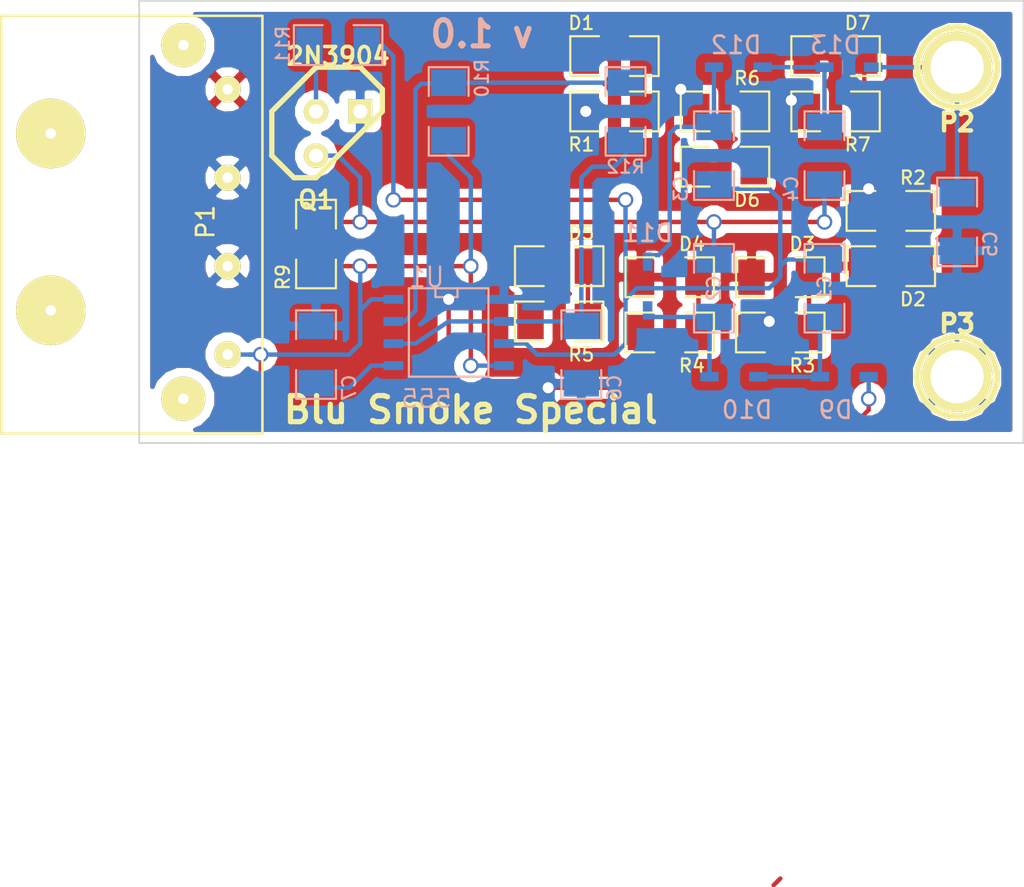
<source format=kicad_pcb>
(kicad_pcb (version 3) (host pcbnew "(2013-07-07 BZR 4022)-stable")

  (general
    (links 56)
    (no_connects 1)
    (area 82.499999 112.979999 133.400001 138.480001)
    (thickness 1.6)
    (drawings 6)
    (tracks 147)
    (zones 0)
    (modules 35)
    (nets 22)
  )

  (page A3)
  (layers
    (15 F.Cu signal)
    (0 B.Cu signal)
    (16 B.Adhes user)
    (17 F.Adhes user)
    (18 B.Paste user)
    (19 F.Paste user)
    (20 B.SilkS user)
    (21 F.SilkS user)
    (22 B.Mask user)
    (23 F.Mask user)
    (24 Dwgs.User user)
    (25 Cmts.User user)
    (26 Eco1.User user)
    (27 Eco2.User user)
    (28 Edge.Cuts user)
  )

  (setup
    (last_trace_width 0.254)
    (trace_clearance 0.254)
    (zone_clearance 0.508)
    (zone_45_only no)
    (trace_min 0.254)
    (segment_width 0.2)
    (edge_width 0.1)
    (via_size 0.889)
    (via_drill 0.635)
    (via_min_size 0.889)
    (via_min_drill 0.508)
    (uvia_size 0.508)
    (uvia_drill 0.127)
    (uvias_allowed no)
    (uvia_min_size 0.508)
    (uvia_min_drill 0.127)
    (pcb_text_width 0.3)
    (pcb_text_size 1.5 1.5)
    (mod_edge_width 0.15)
    (mod_text_size 1 1)
    (mod_text_width 0.15)
    (pad_size 1.5 1.5)
    (pad_drill 0.6)
    (pad_to_mask_clearance 0)
    (aux_axis_origin 0 0)
    (visible_elements 7FFFFFFF)
    (pcbplotparams
      (layerselection 3178497)
      (usegerberextensions true)
      (excludeedgelayer true)
      (linewidth 0.150000)
      (plotframeref false)
      (viasonmask false)
      (mode 1)
      (useauxorigin false)
      (hpglpennumber 1)
      (hpglpenspeed 20)
      (hpglpendiameter 15)
      (hpglpenoverlay 2)
      (psnegative false)
      (psa4output false)
      (plotreference true)
      (plotvalue true)
      (plotothertext true)
      (plotinvisibletext false)
      (padsonsilk false)
      (subtractmaskfromsilk false)
      (outputformat 1)
      (mirror false)
      (drillshape 1)
      (scaleselection 1)
      (outputdirectory ""))
  )

  (net 0 "")
  (net 1 /CLK0)
  (net 2 /CLK1)
  (net 3 /PWR)
  (net 4 GND)
  (net 5 N-000001)
  (net 6 N-0000012)
  (net 7 N-0000013)
  (net 8 N-0000014)
  (net 9 N-0000015)
  (net 10 N-0000016)
  (net 11 N-0000017)
  (net 12 N-0000018)
  (net 13 N-0000019)
  (net 14 N-000002)
  (net 15 N-0000020)
  (net 16 N-0000021)
  (net 17 N-000003)
  (net 18 N-000004)
  (net 19 N-000005)
  (net 20 N-000007)
  (net 21 VCC)

  (net_class Default "This is the default net class."
    (clearance 0.254)
    (trace_width 0.254)
    (via_dia 0.889)
    (via_drill 0.635)
    (uvia_dia 0.508)
    (uvia_drill 0.127)
    (add_net "")
    (add_net /CLK0)
    (add_net /CLK1)
    (add_net /PWR)
    (add_net GND)
    (add_net N-000001)
    (add_net N-0000012)
    (add_net N-0000013)
    (add_net N-0000014)
    (add_net N-0000015)
    (add_net N-0000016)
    (add_net N-0000017)
    (add_net N-0000018)
    (add_net N-0000019)
    (add_net N-000002)
    (add_net N-0000020)
    (add_net N-0000021)
    (add_net N-000003)
    (add_net N-000004)
    (add_net N-000005)
    (add_net N-000007)
    (add_net VCC)
  )

  (module TO92 (layer F.Cu) (tedit 52E77105) (tstamp 52E755B0)
    (at 93.98 120.65)
    (descr "Transistor TO92 brochage type BC237")
    (tags "TR TO92")
    (path /52E726AE)
    (fp_text reference Q1 (at -1.27 3.81) (layer F.SilkS)
      (effects (font (size 1.016 1.016) (thickness 0.2032)))
    )
    (fp_text value 2N3904 (at 0 -4.445) (layer F.SilkS)
      (effects (font (size 1.016 1.016) (thickness 0.2032)))
    )
    (fp_line (start -1.27 2.54) (end 2.54 -1.27) (layer F.SilkS) (width 0.3048))
    (fp_line (start 2.54 -1.27) (end 2.54 -2.54) (layer F.SilkS) (width 0.3048))
    (fp_line (start 2.54 -2.54) (end 1.27 -3.81) (layer F.SilkS) (width 0.3048))
    (fp_line (start 1.27 -3.81) (end -1.27 -3.81) (layer F.SilkS) (width 0.3048))
    (fp_line (start -1.27 -3.81) (end -3.81 -1.27) (layer F.SilkS) (width 0.3048))
    (fp_line (start -3.81 -1.27) (end -3.81 1.27) (layer F.SilkS) (width 0.3048))
    (fp_line (start -3.81 1.27) (end -2.54 2.54) (layer F.SilkS) (width 0.3048))
    (fp_line (start -2.54 2.54) (end -1.27 2.54) (layer F.SilkS) (width 0.3048))
    (pad 1 thru_hole rect (at 1.27 -1.27) (size 1.397 1.397) (drill 0.8128)
      (layers *.Cu *.Mask F.SilkS)
      (net 4 GND)
    )
    (pad 2 thru_hole circle (at -1.27 -1.27) (size 1.397 1.397) (drill 0.8128)
      (layers *.Cu *.Mask F.SilkS)
      (net 20 N-000007)
    )
    (pad 3 thru_hole circle (at -1.27 1.27) (size 1.397 1.397) (drill 0.8128)
      (layers *.Cu *.Mask F.SilkS)
      (net 19 N-000005)
    )
    (model discret/to98.wrl
      (at (xyz 0 0 0))
      (scale (xyz 1 1 1))
      (rotate (xyz 0 0 0))
    )
  )

  (module SOD-323F (layer B.Cu) (tedit 52E772B2) (tstamp 52E755B6)
    (at 124.46 134.62 270)
    (path /52E727D9)
    (fp_text reference D9 (at 1.905 1.905 360) (layer B.SilkS)
      (effects (font (size 1 1) (thickness 0.15)) (justify mirror))
    )
    (fp_text value 1N4148 (at 0 1.27 360) (layer B.SilkS) hide
      (effects (font (size 1 1) (thickness 0.15)) (justify mirror))
    )
    (pad 1 smd rect (at 0 0 270) (size 0.55 1.05)
      (layers B.Cu B.Paste B.Mask)
      (net 3 /PWR)
    )
    (pad 2 smd rect (at 0 2.8 270) (size 0.55 1.05)
      (layers B.Cu B.Paste B.Mask)
      (net 18 N-000004)
    )
  )

  (module SOD-323F (layer B.Cu) (tedit 52E772AF) (tstamp 52E755BC)
    (at 118.11 134.62 270)
    (path /52E747E2)
    (fp_text reference D10 (at 1.905 0.635 360) (layer B.SilkS)
      (effects (font (size 1 1) (thickness 0.15)) (justify mirror))
    )
    (fp_text value 1N4148 (at 0 1.27 360) (layer B.SilkS) hide
      (effects (font (size 1 1) (thickness 0.15)) (justify mirror))
    )
    (pad 1 smd rect (at 0 0 270) (size 0.55 1.05)
      (layers B.Cu B.Paste B.Mask)
      (net 18 N-000004)
    )
    (pad 2 smd rect (at 0 2.8 270) (size 0.55 1.05)
      (layers B.Cu B.Paste B.Mask)
      (net 5 N-000001)
    )
  )

  (module SOD-323F (layer B.Cu) (tedit 52E772A6) (tstamp 52E755C2)
    (at 111.76 130.81 180)
    (path /52E747E8)
    (fp_text reference D11 (at 0 4.445 180) (layer B.SilkS)
      (effects (font (size 1 1) (thickness 0.15)) (justify mirror))
    )
    (fp_text value 1N4148 (at 1.27 1.27 270) (layer B.SilkS) hide
      (effects (font (size 1 1) (thickness 0.15)) (justify mirror))
    )
    (pad 1 smd rect (at 0 0 180) (size 0.55 1.05)
      (layers B.Cu B.Paste B.Mask)
      (net 5 N-000001)
    )
    (pad 2 smd rect (at 0 2.8 180) (size 0.55 1.05)
      (layers B.Cu B.Paste B.Mask)
      (net 14 N-000002)
    )
  )

  (module SOD-323F (layer B.Cu) (tedit 52E772BE) (tstamp 52E755C8)
    (at 115.57 116.84 90)
    (path /52E747EE)
    (fp_text reference D12 (at 1.27 1.27 180) (layer B.SilkS)
      (effects (font (size 1 1) (thickness 0.15)) (justify mirror))
    )
    (fp_text value 1N4148 (at 0 1.27 180) (layer B.SilkS) hide
      (effects (font (size 1 1) (thickness 0.15)) (justify mirror))
    )
    (pad 1 smd rect (at 0 0 90) (size 0.55 1.05)
      (layers B.Cu B.Paste B.Mask)
      (net 14 N-000002)
    )
    (pad 2 smd rect (at 0 2.8 90) (size 0.55 1.05)
      (layers B.Cu B.Paste B.Mask)
      (net 17 N-000003)
    )
  )

  (module SOD-323F (layer B.Cu) (tedit 52E772C3) (tstamp 52E755CE)
    (at 121.92 116.84 90)
    (path /52E747F4)
    (fp_text reference D13 (at 1.27 0.635 180) (layer B.SilkS)
      (effects (font (size 1 1) (thickness 0.15)) (justify mirror))
    )
    (fp_text value 1N4148 (at 0 1.27 180) (layer B.SilkS) hide
      (effects (font (size 1 1) (thickness 0.15)) (justify mirror))
    )
    (pad 1 smd rect (at 0 0 90) (size 0.55 1.05)
      (layers B.Cu B.Paste B.Mask)
      (net 17 N-000003)
    )
    (pad 2 smd rect (at 0 2.8 90) (size 0.55 1.05)
      (layers B.Cu B.Paste B.Mask)
      (net 2 /CLK1)
    )
  )

  (module SO8N (layer B.Cu) (tedit 52E771AF) (tstamp 52E758E6)
    (at 100.33 132.08 270)
    (descr "Module CMS SOJ 8 pins large")
    (tags "CMS SOJ")
    (path /52E7259E)
    (attr smd)
    (fp_text reference U1 (at -3.175 1.27 360) (layer B.SilkS)
      (effects (font (size 1.143 1.016) (thickness 0.127)) (justify mirror))
    )
    (fp_text value 555 (at 3.81 1.27 360) (layer B.SilkS)
      (effects (font (size 1.016 1.016) (thickness 0.127)) (justify mirror))
    )
    (fp_line (start -2.54 2.286) (end 2.54 2.286) (layer B.SilkS) (width 0.127))
    (fp_line (start 2.54 2.286) (end 2.54 -2.286) (layer B.SilkS) (width 0.127))
    (fp_line (start 2.54 -2.286) (end -2.54 -2.286) (layer B.SilkS) (width 0.127))
    (fp_line (start -2.54 -2.286) (end -2.54 2.286) (layer B.SilkS) (width 0.127))
    (fp_line (start -2.54 0.762) (end -2.032 0.762) (layer B.SilkS) (width 0.127))
    (fp_line (start -2.032 0.762) (end -2.032 -0.508) (layer B.SilkS) (width 0.127))
    (fp_line (start -2.032 -0.508) (end -2.54 -0.508) (layer B.SilkS) (width 0.127))
    (pad 8 smd rect (at -1.905 3.175 270) (size 0.508 1.143)
      (layers B.Cu B.Paste B.Mask)
      (net 3 /PWR)
    )
    (pad 7 smd rect (at -0.635 3.175 270) (size 0.508 1.143)
      (layers B.Cu B.Paste B.Mask)
      (net 13 N-0000019)
    )
    (pad 6 smd rect (at 0.635 3.175 270) (size 0.508 1.143)
      (layers B.Cu B.Paste B.Mask)
      (net 15 N-0000020)
    )
    (pad 5 smd rect (at 1.905 3.175 270) (size 0.508 1.143)
      (layers B.Cu B.Paste B.Mask)
      (net 16 N-0000021)
    )
    (pad 4 smd rect (at 1.905 -3.175 270) (size 0.508 1.143)
      (layers B.Cu B.Paste B.Mask)
      (net 3 /PWR)
    )
    (pad 3 smd rect (at 0.635 -3.175 270) (size 0.508 1.143)
      (layers B.Cu B.Paste B.Mask)
      (net 1 /CLK0)
    )
    (pad 2 smd rect (at -0.635 -3.175 270) (size 0.508 1.143)
      (layers B.Cu B.Paste B.Mask)
      (net 15 N-0000020)
    )
    (pad 1 smd rect (at -1.905 -3.175 270) (size 0.508 1.143)
      (layers B.Cu B.Paste B.Mask)
      (net 4 GND)
    )
    (model smd/cms_so8.wrl
      (at (xyz 0 0 0))
      (scale (xyz 0.5 0.38 0.5))
      (rotate (xyz 0 0 0))
    )
  )

  (module SM1206 (layer F.Cu) (tedit 52E77114) (tstamp 52E755ED)
    (at 109.855 119.38 180)
    (path /52E74E06)
    (attr smd)
    (fp_text reference R1 (at 1.905 -1.905 180) (layer F.SilkS)
      (effects (font (size 0.762 0.762) (thickness 0.127)))
    )
    (fp_text value 470 (at 0 0 180) (layer F.SilkS) hide
      (effects (font (size 0.762 0.762) (thickness 0.127)))
    )
    (fp_line (start -2.54 -1.143) (end -2.54 1.143) (layer F.SilkS) (width 0.127))
    (fp_line (start -2.54 1.143) (end -0.889 1.143) (layer F.SilkS) (width 0.127))
    (fp_line (start 0.889 -1.143) (end 2.54 -1.143) (layer F.SilkS) (width 0.127))
    (fp_line (start 2.54 -1.143) (end 2.54 1.143) (layer F.SilkS) (width 0.127))
    (fp_line (start 2.54 1.143) (end 0.889 1.143) (layer F.SilkS) (width 0.127))
    (fp_line (start -0.889 -1.143) (end -2.54 -1.143) (layer F.SilkS) (width 0.127))
    (pad 1 smd rect (at -1.651 0 180) (size 1.524 2.032)
      (layers F.Cu F.Paste F.Mask)
      (net 6 N-0000012)
    )
    (pad 2 smd rect (at 1.651 0 180) (size 1.524 2.032)
      (layers F.Cu F.Paste F.Mask)
      (net 4 GND)
    )
    (model smd/chip_cms.wrl
      (at (xyz 0 0 0))
      (scale (xyz 0.17 0.16 0.16))
      (rotate (xyz 0 0 0))
    )
  )

  (module SM1206 (layer F.Cu) (tedit 52E7709C) (tstamp 52E75605)
    (at 125.73 128.27)
    (path /52E74E68)
    (attr smd)
    (fp_text reference D2 (at 1.27 1.905) (layer F.SilkS)
      (effects (font (size 0.762 0.762) (thickness 0.127)))
    )
    (fp_text value LED (at 0 0) (layer F.SilkS) hide
      (effects (font (size 0.762 0.762) (thickness 0.127)))
    )
    (fp_line (start -2.54 -1.143) (end -2.54 1.143) (layer F.SilkS) (width 0.127))
    (fp_line (start -2.54 1.143) (end -0.889 1.143) (layer F.SilkS) (width 0.127))
    (fp_line (start 0.889 -1.143) (end 2.54 -1.143) (layer F.SilkS) (width 0.127))
    (fp_line (start 2.54 -1.143) (end 2.54 1.143) (layer F.SilkS) (width 0.127))
    (fp_line (start 2.54 1.143) (end 0.889 1.143) (layer F.SilkS) (width 0.127))
    (fp_line (start -0.889 -1.143) (end -2.54 -1.143) (layer F.SilkS) (width 0.127))
    (pad 1 smd rect (at -1.651 0) (size 1.524 2.032)
      (layers F.Cu F.Paste F.Mask)
      (net 21 VCC)
    )
    (pad 2 smd rect (at 1.651 0) (size 1.524 2.032)
      (layers F.Cu F.Paste F.Mask)
      (net 7 N-0000013)
    )
    (model smd/chip_cms.wrl
      (at (xyz 0 0 0))
      (scale (xyz 0.17 0.16 0.16))
      (rotate (xyz 0 0 0))
    )
  )

  (module SM1206 (layer F.Cu) (tedit 52E770A9) (tstamp 52E75611)
    (at 119.38 128.905)
    (path /52E74E6E)
    (attr smd)
    (fp_text reference D3 (at 1.27 -1.905) (layer F.SilkS)
      (effects (font (size 0.762 0.762) (thickness 0.127)))
    )
    (fp_text value LED (at 0 0) (layer F.SilkS) hide
      (effects (font (size 0.762 0.762) (thickness 0.127)))
    )
    (fp_line (start -2.54 -1.143) (end -2.54 1.143) (layer F.SilkS) (width 0.127))
    (fp_line (start -2.54 1.143) (end -0.889 1.143) (layer F.SilkS) (width 0.127))
    (fp_line (start 0.889 -1.143) (end 2.54 -1.143) (layer F.SilkS) (width 0.127))
    (fp_line (start 2.54 -1.143) (end 2.54 1.143) (layer F.SilkS) (width 0.127))
    (fp_line (start 2.54 1.143) (end 0.889 1.143) (layer F.SilkS) (width 0.127))
    (fp_line (start -0.889 -1.143) (end -2.54 -1.143) (layer F.SilkS) (width 0.127))
    (pad 1 smd rect (at -1.651 0) (size 1.524 2.032)
      (layers F.Cu F.Paste F.Mask)
      (net 21 VCC)
    )
    (pad 2 smd rect (at 1.651 0) (size 1.524 2.032)
      (layers F.Cu F.Paste F.Mask)
      (net 8 N-0000014)
    )
    (model smd/chip_cms.wrl
      (at (xyz 0 0 0))
      (scale (xyz 0.17 0.16 0.16))
      (rotate (xyz 0 0 0))
    )
  )

  (module SM1206 (layer F.Cu) (tedit 52E770B2) (tstamp 52E7561D)
    (at 113.03 128.905)
    (path /52E74E7E)
    (attr smd)
    (fp_text reference D4 (at 1.27 -1.905) (layer F.SilkS)
      (effects (font (size 0.762 0.762) (thickness 0.127)))
    )
    (fp_text value LED (at 0 0) (layer F.SilkS) hide
      (effects (font (size 0.762 0.762) (thickness 0.127)))
    )
    (fp_line (start -2.54 -1.143) (end -2.54 1.143) (layer F.SilkS) (width 0.127))
    (fp_line (start -2.54 1.143) (end -0.889 1.143) (layer F.SilkS) (width 0.127))
    (fp_line (start 0.889 -1.143) (end 2.54 -1.143) (layer F.SilkS) (width 0.127))
    (fp_line (start 2.54 -1.143) (end 2.54 1.143) (layer F.SilkS) (width 0.127))
    (fp_line (start 2.54 1.143) (end 0.889 1.143) (layer F.SilkS) (width 0.127))
    (fp_line (start -0.889 -1.143) (end -2.54 -1.143) (layer F.SilkS) (width 0.127))
    (pad 1 smd rect (at -1.651 0) (size 1.524 2.032)
      (layers F.Cu F.Paste F.Mask)
      (net 21 VCC)
    )
    (pad 2 smd rect (at 1.651 0) (size 1.524 2.032)
      (layers F.Cu F.Paste F.Mask)
      (net 9 N-0000015)
    )
    (model smd/chip_cms.wrl
      (at (xyz 0 0 0))
      (scale (xyz 0.17 0.16 0.16))
      (rotate (xyz 0 0 0))
    )
  )

  (module SM1206 (layer F.Cu) (tedit 52E770BA) (tstamp 52E75629)
    (at 106.68 128.27)
    (path /52E74E84)
    (attr smd)
    (fp_text reference D5 (at 1.27 -1.905) (layer F.SilkS)
      (effects (font (size 0.762 0.762) (thickness 0.127)))
    )
    (fp_text value LED (at 0 0) (layer F.SilkS) hide
      (effects (font (size 0.762 0.762) (thickness 0.127)))
    )
    (fp_line (start -2.54 -1.143) (end -2.54 1.143) (layer F.SilkS) (width 0.127))
    (fp_line (start -2.54 1.143) (end -0.889 1.143) (layer F.SilkS) (width 0.127))
    (fp_line (start 0.889 -1.143) (end 2.54 -1.143) (layer F.SilkS) (width 0.127))
    (fp_line (start 2.54 -1.143) (end 2.54 1.143) (layer F.SilkS) (width 0.127))
    (fp_line (start 2.54 1.143) (end 0.889 1.143) (layer F.SilkS) (width 0.127))
    (fp_line (start -0.889 -1.143) (end -2.54 -1.143) (layer F.SilkS) (width 0.127))
    (pad 1 smd rect (at -1.651 0) (size 1.524 2.032)
      (layers F.Cu F.Paste F.Mask)
      (net 21 VCC)
    )
    (pad 2 smd rect (at 1.651 0) (size 1.524 2.032)
      (layers F.Cu F.Paste F.Mask)
      (net 10 N-0000016)
    )
    (model smd/chip_cms.wrl
      (at (xyz 0 0 0))
      (scale (xyz 0.17 0.16 0.16))
      (rotate (xyz 0 0 0))
    )
  )

  (module SM1206 (layer F.Cu) (tedit 52E77124) (tstamp 52E75635)
    (at 116.205 122.555)
    (path /52E74EB7)
    (attr smd)
    (fp_text reference D6 (at 1.27 1.905) (layer F.SilkS)
      (effects (font (size 0.762 0.762) (thickness 0.127)))
    )
    (fp_text value LED (at 0 0) (layer F.SilkS) hide
      (effects (font (size 0.762 0.762) (thickness 0.127)))
    )
    (fp_line (start -2.54 -1.143) (end -2.54 1.143) (layer F.SilkS) (width 0.127))
    (fp_line (start -2.54 1.143) (end -0.889 1.143) (layer F.SilkS) (width 0.127))
    (fp_line (start 0.889 -1.143) (end 2.54 -1.143) (layer F.SilkS) (width 0.127))
    (fp_line (start 2.54 -1.143) (end 2.54 1.143) (layer F.SilkS) (width 0.127))
    (fp_line (start 2.54 1.143) (end 0.889 1.143) (layer F.SilkS) (width 0.127))
    (fp_line (start -0.889 -1.143) (end -2.54 -1.143) (layer F.SilkS) (width 0.127))
    (pad 1 smd rect (at -1.651 0) (size 1.524 2.032)
      (layers F.Cu F.Paste F.Mask)
      (net 21 VCC)
    )
    (pad 2 smd rect (at 1.651 0) (size 1.524 2.032)
      (layers F.Cu F.Paste F.Mask)
      (net 11 N-0000017)
    )
    (model smd/chip_cms.wrl
      (at (xyz 0 0 0))
      (scale (xyz 0.17 0.16 0.16))
      (rotate (xyz 0 0 0))
    )
  )

  (module SM1206 (layer F.Cu) (tedit 52E7712E) (tstamp 52E75641)
    (at 122.555 116.205)
    (path /52E74EBD)
    (attr smd)
    (fp_text reference D7 (at 1.27 -1.905) (layer F.SilkS)
      (effects (font (size 0.762 0.762) (thickness 0.127)))
    )
    (fp_text value LED (at 0 0) (layer F.SilkS) hide
      (effects (font (size 0.762 0.762) (thickness 0.127)))
    )
    (fp_line (start -2.54 -1.143) (end -2.54 1.143) (layer F.SilkS) (width 0.127))
    (fp_line (start -2.54 1.143) (end -0.889 1.143) (layer F.SilkS) (width 0.127))
    (fp_line (start 0.889 -1.143) (end 2.54 -1.143) (layer F.SilkS) (width 0.127))
    (fp_line (start 2.54 -1.143) (end 2.54 1.143) (layer F.SilkS) (width 0.127))
    (fp_line (start 2.54 1.143) (end 0.889 1.143) (layer F.SilkS) (width 0.127))
    (fp_line (start -0.889 -1.143) (end -2.54 -1.143) (layer F.SilkS) (width 0.127))
    (pad 1 smd rect (at -1.651 0) (size 1.524 2.032)
      (layers F.Cu F.Paste F.Mask)
      (net 21 VCC)
    )
    (pad 2 smd rect (at 1.651 0) (size 1.524 2.032)
      (layers F.Cu F.Paste F.Mask)
      (net 12 N-0000018)
    )
    (model smd/chip_cms.wrl
      (at (xyz 0 0 0))
      (scale (xyz 0.17 0.16 0.16))
      (rotate (xyz 0 0 0))
    )
  )

  (module SM1206 (layer F.Cu) (tedit 52E770A3) (tstamp 52E75659)
    (at 125.73 125.095 180)
    (path /52E74EC9)
    (attr smd)
    (fp_text reference R2 (at -1.27 1.905 180) (layer F.SilkS)
      (effects (font (size 0.762 0.762) (thickness 0.127)))
    )
    (fp_text value 470 (at 0 0 180) (layer F.SilkS) hide
      (effects (font (size 0.762 0.762) (thickness 0.127)))
    )
    (fp_line (start -2.54 -1.143) (end -2.54 1.143) (layer F.SilkS) (width 0.127))
    (fp_line (start -2.54 1.143) (end -0.889 1.143) (layer F.SilkS) (width 0.127))
    (fp_line (start 0.889 -1.143) (end 2.54 -1.143) (layer F.SilkS) (width 0.127))
    (fp_line (start 2.54 -1.143) (end 2.54 1.143) (layer F.SilkS) (width 0.127))
    (fp_line (start 2.54 1.143) (end 0.889 1.143) (layer F.SilkS) (width 0.127))
    (fp_line (start -0.889 -1.143) (end -2.54 -1.143) (layer F.SilkS) (width 0.127))
    (pad 1 smd rect (at -1.651 0 180) (size 1.524 2.032)
      (layers F.Cu F.Paste F.Mask)
      (net 7 N-0000013)
    )
    (pad 2 smd rect (at 1.651 0 180) (size 1.524 2.032)
      (layers F.Cu F.Paste F.Mask)
      (net 4 GND)
    )
    (model smd/chip_cms.wrl
      (at (xyz 0 0 0))
      (scale (xyz 0.17 0.16 0.16))
      (rotate (xyz 0 0 0))
    )
  )

  (module SM1206 (layer F.Cu) (tedit 52E770AD) (tstamp 52E75665)
    (at 119.38 132.08 180)
    (path /52E74ED9)
    (attr smd)
    (fp_text reference R3 (at -1.27 -1.905 180) (layer F.SilkS)
      (effects (font (size 0.762 0.762) (thickness 0.127)))
    )
    (fp_text value 470 (at 0 0 180) (layer F.SilkS) hide
      (effects (font (size 0.762 0.762) (thickness 0.127)))
    )
    (fp_line (start -2.54 -1.143) (end -2.54 1.143) (layer F.SilkS) (width 0.127))
    (fp_line (start -2.54 1.143) (end -0.889 1.143) (layer F.SilkS) (width 0.127))
    (fp_line (start 0.889 -1.143) (end 2.54 -1.143) (layer F.SilkS) (width 0.127))
    (fp_line (start 2.54 -1.143) (end 2.54 1.143) (layer F.SilkS) (width 0.127))
    (fp_line (start 2.54 1.143) (end 0.889 1.143) (layer F.SilkS) (width 0.127))
    (fp_line (start -0.889 -1.143) (end -2.54 -1.143) (layer F.SilkS) (width 0.127))
    (pad 1 smd rect (at -1.651 0 180) (size 1.524 2.032)
      (layers F.Cu F.Paste F.Mask)
      (net 8 N-0000014)
    )
    (pad 2 smd rect (at 1.651 0 180) (size 1.524 2.032)
      (layers F.Cu F.Paste F.Mask)
      (net 4 GND)
    )
    (model smd/chip_cms.wrl
      (at (xyz 0 0 0))
      (scale (xyz 0.17 0.16 0.16))
      (rotate (xyz 0 0 0))
    )
  )

  (module SM1206 (layer F.Cu) (tedit 52E770B6) (tstamp 52E75671)
    (at 113.03 132.08 180)
    (path /52E74EDF)
    (attr smd)
    (fp_text reference R4 (at -1.27 -1.905 180) (layer F.SilkS)
      (effects (font (size 0.762 0.762) (thickness 0.127)))
    )
    (fp_text value 470 (at 0 0 180) (layer F.SilkS) hide
      (effects (font (size 0.762 0.762) (thickness 0.127)))
    )
    (fp_line (start -2.54 -1.143) (end -2.54 1.143) (layer F.SilkS) (width 0.127))
    (fp_line (start -2.54 1.143) (end -0.889 1.143) (layer F.SilkS) (width 0.127))
    (fp_line (start 0.889 -1.143) (end 2.54 -1.143) (layer F.SilkS) (width 0.127))
    (fp_line (start 2.54 -1.143) (end 2.54 1.143) (layer F.SilkS) (width 0.127))
    (fp_line (start 2.54 1.143) (end 0.889 1.143) (layer F.SilkS) (width 0.127))
    (fp_line (start -0.889 -1.143) (end -2.54 -1.143) (layer F.SilkS) (width 0.127))
    (pad 1 smd rect (at -1.651 0 180) (size 1.524 2.032)
      (layers F.Cu F.Paste F.Mask)
      (net 9 N-0000015)
    )
    (pad 2 smd rect (at 1.651 0 180) (size 1.524 2.032)
      (layers F.Cu F.Paste F.Mask)
      (net 4 GND)
    )
    (model smd/chip_cms.wrl
      (at (xyz 0 0 0))
      (scale (xyz 0.17 0.16 0.16))
      (rotate (xyz 0 0 0))
    )
  )

  (module SM1206 (layer F.Cu) (tedit 52E770BE) (tstamp 52E7567D)
    (at 106.68 131.445 180)
    (path /52E74EE5)
    (attr smd)
    (fp_text reference R5 (at -1.27 -1.905 180) (layer F.SilkS)
      (effects (font (size 0.762 0.762) (thickness 0.127)))
    )
    (fp_text value 470 (at 0 0 180) (layer F.SilkS) hide
      (effects (font (size 0.762 0.762) (thickness 0.127)))
    )
    (fp_line (start -2.54 -1.143) (end -2.54 1.143) (layer F.SilkS) (width 0.127))
    (fp_line (start -2.54 1.143) (end -0.889 1.143) (layer F.SilkS) (width 0.127))
    (fp_line (start 0.889 -1.143) (end 2.54 -1.143) (layer F.SilkS) (width 0.127))
    (fp_line (start 2.54 -1.143) (end 2.54 1.143) (layer F.SilkS) (width 0.127))
    (fp_line (start 2.54 1.143) (end 0.889 1.143) (layer F.SilkS) (width 0.127))
    (fp_line (start -0.889 -1.143) (end -2.54 -1.143) (layer F.SilkS) (width 0.127))
    (pad 1 smd rect (at -1.651 0 180) (size 1.524 2.032)
      (layers F.Cu F.Paste F.Mask)
      (net 10 N-0000016)
    )
    (pad 2 smd rect (at 1.651 0 180) (size 1.524 2.032)
      (layers F.Cu F.Paste F.Mask)
      (net 4 GND)
    )
    (model smd/chip_cms.wrl
      (at (xyz 0 0 0))
      (scale (xyz 0.17 0.16 0.16))
      (rotate (xyz 0 0 0))
    )
  )

  (module SM1206 (layer F.Cu) (tedit 52E7711E) (tstamp 52E75689)
    (at 116.205 119.38 180)
    (path /52E74EEB)
    (attr smd)
    (fp_text reference R6 (at -1.27 1.905 180) (layer F.SilkS)
      (effects (font (size 0.762 0.762) (thickness 0.127)))
    )
    (fp_text value 470 (at 0 0 180) (layer F.SilkS) hide
      (effects (font (size 0.762 0.762) (thickness 0.127)))
    )
    (fp_line (start -2.54 -1.143) (end -2.54 1.143) (layer F.SilkS) (width 0.127))
    (fp_line (start -2.54 1.143) (end -0.889 1.143) (layer F.SilkS) (width 0.127))
    (fp_line (start 0.889 -1.143) (end 2.54 -1.143) (layer F.SilkS) (width 0.127))
    (fp_line (start 2.54 -1.143) (end 2.54 1.143) (layer F.SilkS) (width 0.127))
    (fp_line (start 2.54 1.143) (end 0.889 1.143) (layer F.SilkS) (width 0.127))
    (fp_line (start -0.889 -1.143) (end -2.54 -1.143) (layer F.SilkS) (width 0.127))
    (pad 1 smd rect (at -1.651 0 180) (size 1.524 2.032)
      (layers F.Cu F.Paste F.Mask)
      (net 11 N-0000017)
    )
    (pad 2 smd rect (at 1.651 0 180) (size 1.524 2.032)
      (layers F.Cu F.Paste F.Mask)
      (net 4 GND)
    )
    (model smd/chip_cms.wrl
      (at (xyz 0 0 0))
      (scale (xyz 0.17 0.16 0.16))
      (rotate (xyz 0 0 0))
    )
  )

  (module SM1206 (layer F.Cu) (tedit 52E7712A) (tstamp 52E75695)
    (at 122.555 119.38 180)
    (path /52E74EF1)
    (attr smd)
    (fp_text reference R7 (at -1.27 -1.905 180) (layer F.SilkS)
      (effects (font (size 0.762 0.762) (thickness 0.127)))
    )
    (fp_text value 470 (at 0 0 180) (layer F.SilkS) hide
      (effects (font (size 0.762 0.762) (thickness 0.127)))
    )
    (fp_line (start -2.54 -1.143) (end -2.54 1.143) (layer F.SilkS) (width 0.127))
    (fp_line (start -2.54 1.143) (end -0.889 1.143) (layer F.SilkS) (width 0.127))
    (fp_line (start 0.889 -1.143) (end 2.54 -1.143) (layer F.SilkS) (width 0.127))
    (fp_line (start 2.54 -1.143) (end 2.54 1.143) (layer F.SilkS) (width 0.127))
    (fp_line (start 2.54 1.143) (end 0.889 1.143) (layer F.SilkS) (width 0.127))
    (fp_line (start -0.889 -1.143) (end -2.54 -1.143) (layer F.SilkS) (width 0.127))
    (pad 1 smd rect (at -1.651 0 180) (size 1.524 2.032)
      (layers F.Cu F.Paste F.Mask)
      (net 12 N-0000018)
    )
    (pad 2 smd rect (at 1.651 0 180) (size 1.524 2.032)
      (layers F.Cu F.Paste F.Mask)
      (net 4 GND)
    )
    (model smd/chip_cms.wrl
      (at (xyz 0 0 0))
      (scale (xyz 0.17 0.16 0.16))
      (rotate (xyz 0 0 0))
    )
  )

  (module SM1206 (layer F.Cu) (tedit 52E77111) (tstamp 52E756A1)
    (at 109.855 116.205)
    (path /52E74DF9)
    (attr smd)
    (fp_text reference D1 (at -1.905 -1.905) (layer F.SilkS)
      (effects (font (size 0.762 0.762) (thickness 0.127)))
    )
    (fp_text value LED (at 0 0) (layer F.SilkS) hide
      (effects (font (size 0.762 0.762) (thickness 0.127)))
    )
    (fp_line (start -2.54 -1.143) (end -2.54 1.143) (layer F.SilkS) (width 0.127))
    (fp_line (start -2.54 1.143) (end -0.889 1.143) (layer F.SilkS) (width 0.127))
    (fp_line (start 0.889 -1.143) (end 2.54 -1.143) (layer F.SilkS) (width 0.127))
    (fp_line (start 2.54 -1.143) (end 2.54 1.143) (layer F.SilkS) (width 0.127))
    (fp_line (start 2.54 1.143) (end 0.889 1.143) (layer F.SilkS) (width 0.127))
    (fp_line (start -0.889 -1.143) (end -2.54 -1.143) (layer F.SilkS) (width 0.127))
    (pad 1 smd rect (at -1.651 0) (size 1.524 2.032)
      (layers F.Cu F.Paste F.Mask)
      (net 21 VCC)
    )
    (pad 2 smd rect (at 1.651 0) (size 1.524 2.032)
      (layers F.Cu F.Paste F.Mask)
      (net 6 N-0000012)
    )
    (model smd/chip_cms.wrl
      (at (xyz 0 0 0))
      (scale (xyz 0.17 0.16 0.16))
      (rotate (xyz 0 0 0))
    )
  )

  (module SM1206 (layer B.Cu) (tedit 52E77155) (tstamp 52E756AD)
    (at 129.54 125.73 270)
    (path /52E748DE)
    (attr smd)
    (fp_text reference C5 (at 1.27 -1.905 270) (layer B.SilkS)
      (effects (font (size 0.762 0.762) (thickness 0.127)) (justify mirror))
    )
    (fp_text value 1u (at 0 0 270) (layer B.SilkS) hide
      (effects (font (size 0.762 0.762) (thickness 0.127)) (justify mirror))
    )
    (fp_line (start -2.54 1.143) (end -2.54 -1.143) (layer B.SilkS) (width 0.127))
    (fp_line (start -2.54 -1.143) (end -0.889 -1.143) (layer B.SilkS) (width 0.127))
    (fp_line (start 0.889 1.143) (end 2.54 1.143) (layer B.SilkS) (width 0.127))
    (fp_line (start 2.54 1.143) (end 2.54 -1.143) (layer B.SilkS) (width 0.127))
    (fp_line (start 2.54 -1.143) (end 0.889 -1.143) (layer B.SilkS) (width 0.127))
    (fp_line (start -0.889 1.143) (end -2.54 1.143) (layer B.SilkS) (width 0.127))
    (pad 1 smd rect (at -1.651 0 270) (size 1.524 2.032)
      (layers B.Cu B.Paste B.Mask)
      (net 2 /CLK1)
    )
    (pad 2 smd rect (at 1.651 0 270) (size 1.524 2.032)
      (layers B.Cu B.Paste B.Mask)
      (net 4 GND)
    )
    (model smd/chip_cms.wrl
      (at (xyz 0 0 0))
      (scale (xyz 0.17 0.16 0.16))
      (rotate (xyz 0 0 0))
    )
  )

  (module SM1206 (layer B.Cu) (tedit 52E77246) (tstamp 52E756B9)
    (at 121.92 121.92 270)
    (path /52E748D8)
    (attr smd)
    (fp_text reference C4 (at 1.905 1.905 270) (layer B.SilkS)
      (effects (font (size 0.762 0.762) (thickness 0.127)) (justify mirror))
    )
    (fp_text value 1u (at 0 0 270) (layer B.SilkS) hide
      (effects (font (size 0.762 0.762) (thickness 0.127)) (justify mirror))
    )
    (fp_line (start -2.54 1.143) (end -2.54 -1.143) (layer B.SilkS) (width 0.127))
    (fp_line (start -2.54 -1.143) (end -0.889 -1.143) (layer B.SilkS) (width 0.127))
    (fp_line (start 0.889 1.143) (end 2.54 1.143) (layer B.SilkS) (width 0.127))
    (fp_line (start 2.54 1.143) (end 2.54 -1.143) (layer B.SilkS) (width 0.127))
    (fp_line (start 2.54 -1.143) (end 0.889 -1.143) (layer B.SilkS) (width 0.127))
    (fp_line (start -0.889 1.143) (end -2.54 1.143) (layer B.SilkS) (width 0.127))
    (pad 1 smd rect (at -1.651 0 270) (size 1.524 2.032)
      (layers B.Cu B.Paste B.Mask)
      (net 17 N-000003)
    )
    (pad 2 smd rect (at 1.651 0 270) (size 1.524 2.032)
      (layers B.Cu B.Paste B.Mask)
      (net 19 N-000005)
    )
    (model smd/chip_cms.wrl
      (at (xyz 0 0 0))
      (scale (xyz 0.17 0.16 0.16))
      (rotate (xyz 0 0 0))
    )
  )

  (module SM1206 (layer B.Cu) (tedit 52E77262) (tstamp 52E756C5)
    (at 115.57 121.92 270)
    (path /52E748D2)
    (attr smd)
    (fp_text reference C3 (at 1.905 1.905 270) (layer B.SilkS)
      (effects (font (size 0.762 0.762) (thickness 0.127)) (justify mirror))
    )
    (fp_text value 1u (at 0 0 270) (layer B.SilkS) hide
      (effects (font (size 0.762 0.762) (thickness 0.127)) (justify mirror))
    )
    (fp_line (start -2.54 1.143) (end -2.54 -1.143) (layer B.SilkS) (width 0.127))
    (fp_line (start -2.54 -1.143) (end -0.889 -1.143) (layer B.SilkS) (width 0.127))
    (fp_line (start 0.889 1.143) (end 2.54 1.143) (layer B.SilkS) (width 0.127))
    (fp_line (start 2.54 1.143) (end 2.54 -1.143) (layer B.SilkS) (width 0.127))
    (fp_line (start 2.54 -1.143) (end 0.889 -1.143) (layer B.SilkS) (width 0.127))
    (fp_line (start -0.889 1.143) (end -2.54 1.143) (layer B.SilkS) (width 0.127))
    (pad 1 smd rect (at -1.651 0 270) (size 1.524 2.032)
      (layers B.Cu B.Paste B.Mask)
      (net 14 N-000002)
    )
    (pad 2 smd rect (at 1.651 0 270) (size 1.524 2.032)
      (layers B.Cu B.Paste B.Mask)
      (net 1 /CLK0)
    )
    (model smd/chip_cms.wrl
      (at (xyz 0 0 0))
      (scale (xyz 0.17 0.16 0.16))
      (rotate (xyz 0 0 0))
    )
  )

  (module SM1206 (layer B.Cu) (tedit 42806E24) (tstamp 52E756D1)
    (at 115.57 129.54 90)
    (path /52E748CC)
    (attr smd)
    (fp_text reference C2 (at 0 0 90) (layer B.SilkS)
      (effects (font (size 0.762 0.762) (thickness 0.127)) (justify mirror))
    )
    (fp_text value 1u (at 0 0 90) (layer B.SilkS) hide
      (effects (font (size 0.762 0.762) (thickness 0.127)) (justify mirror))
    )
    (fp_line (start -2.54 1.143) (end -2.54 -1.143) (layer B.SilkS) (width 0.127))
    (fp_line (start -2.54 -1.143) (end -0.889 -1.143) (layer B.SilkS) (width 0.127))
    (fp_line (start 0.889 1.143) (end 2.54 1.143) (layer B.SilkS) (width 0.127))
    (fp_line (start 2.54 1.143) (end 2.54 -1.143) (layer B.SilkS) (width 0.127))
    (fp_line (start 2.54 -1.143) (end 0.889 -1.143) (layer B.SilkS) (width 0.127))
    (fp_line (start -0.889 1.143) (end -2.54 1.143) (layer B.SilkS) (width 0.127))
    (pad 1 smd rect (at -1.651 0 90) (size 1.524 2.032)
      (layers B.Cu B.Paste B.Mask)
      (net 5 N-000001)
    )
    (pad 2 smd rect (at 1.651 0 90) (size 1.524 2.032)
      (layers B.Cu B.Paste B.Mask)
      (net 19 N-000005)
    )
    (model smd/chip_cms.wrl
      (at (xyz 0 0 0))
      (scale (xyz 0.17 0.16 0.16))
      (rotate (xyz 0 0 0))
    )
  )

  (module SM1206 (layer F.Cu) (tedit 52E770C5) (tstamp 52E756DD)
    (at 92.71 127 90)
    (path /52E7471B)
    (attr smd)
    (fp_text reference R9 (at -1.905 -1.905 90) (layer F.SilkS)
      (effects (font (size 0.762 0.762) (thickness 0.127)))
    )
    (fp_text value 10K (at 0 0 90) (layer F.SilkS) hide
      (effects (font (size 0.762 0.762) (thickness 0.127)))
    )
    (fp_line (start -2.54 -1.143) (end -2.54 1.143) (layer F.SilkS) (width 0.127))
    (fp_line (start -2.54 1.143) (end -0.889 1.143) (layer F.SilkS) (width 0.127))
    (fp_line (start 0.889 -1.143) (end 2.54 -1.143) (layer F.SilkS) (width 0.127))
    (fp_line (start 2.54 -1.143) (end 2.54 1.143) (layer F.SilkS) (width 0.127))
    (fp_line (start 2.54 1.143) (end 0.889 1.143) (layer F.SilkS) (width 0.127))
    (fp_line (start -0.889 -1.143) (end -2.54 -1.143) (layer F.SilkS) (width 0.127))
    (pad 1 smd rect (at -1.651 0 90) (size 1.524 2.032)
      (layers F.Cu F.Paste F.Mask)
      (net 3 /PWR)
    )
    (pad 2 smd rect (at 1.651 0 90) (size 1.524 2.032)
      (layers F.Cu F.Paste F.Mask)
      (net 19 N-000005)
    )
    (model smd/chip_cms.wrl
      (at (xyz 0 0 0))
      (scale (xyz 0.17 0.16 0.16))
      (rotate (xyz 0 0 0))
    )
  )

  (module SM1206 (layer B.Cu) (tedit 42806E24) (tstamp 52E756E9)
    (at 121.92 129.54 90)
    (path /52E727E6)
    (attr smd)
    (fp_text reference C1 (at 0 0 90) (layer B.SilkS)
      (effects (font (size 0.762 0.762) (thickness 0.127)) (justify mirror))
    )
    (fp_text value 1u (at 0 0 90) (layer B.SilkS) hide
      (effects (font (size 0.762 0.762) (thickness 0.127)) (justify mirror))
    )
    (fp_line (start -2.54 1.143) (end -2.54 -1.143) (layer B.SilkS) (width 0.127))
    (fp_line (start -2.54 -1.143) (end -0.889 -1.143) (layer B.SilkS) (width 0.127))
    (fp_line (start 0.889 1.143) (end 2.54 1.143) (layer B.SilkS) (width 0.127))
    (fp_line (start 2.54 1.143) (end 2.54 -1.143) (layer B.SilkS) (width 0.127))
    (fp_line (start 2.54 -1.143) (end 0.889 -1.143) (layer B.SilkS) (width 0.127))
    (fp_line (start -0.889 1.143) (end -2.54 1.143) (layer B.SilkS) (width 0.127))
    (pad 1 smd rect (at -1.651 0 90) (size 1.524 2.032)
      (layers B.Cu B.Paste B.Mask)
      (net 18 N-000004)
    )
    (pad 2 smd rect (at 1.651 0 90) (size 1.524 2.032)
      (layers B.Cu B.Paste B.Mask)
      (net 1 /CLK0)
    )
    (model smd/chip_cms.wrl
      (at (xyz 0 0 0))
      (scale (xyz 0.17 0.16 0.16))
      (rotate (xyz 0 0 0))
    )
  )

  (module SM1206 (layer B.Cu) (tedit 52E771C9) (tstamp 52E756F5)
    (at 93.98 115.57 180)
    (path /52E726CA)
    (attr smd)
    (fp_text reference R11 (at 3.175 0 270) (layer B.SilkS)
      (effects (font (size 0.762 0.762) (thickness 0.127)) (justify mirror))
    )
    (fp_text value 470 (at 0 0 180) (layer B.SilkS) hide
      (effects (font (size 0.762 0.762) (thickness 0.127)) (justify mirror))
    )
    (fp_line (start -2.54 1.143) (end -2.54 -1.143) (layer B.SilkS) (width 0.127))
    (fp_line (start -2.54 -1.143) (end -0.889 -1.143) (layer B.SilkS) (width 0.127))
    (fp_line (start 0.889 1.143) (end 2.54 1.143) (layer B.SilkS) (width 0.127))
    (fp_line (start 2.54 1.143) (end 2.54 -1.143) (layer B.SilkS) (width 0.127))
    (fp_line (start 2.54 -1.143) (end 0.889 -1.143) (layer B.SilkS) (width 0.127))
    (fp_line (start -0.889 1.143) (end -2.54 1.143) (layer B.SilkS) (width 0.127))
    (pad 1 smd rect (at -1.651 0 180) (size 1.524 2.032)
      (layers B.Cu B.Paste B.Mask)
      (net 1 /CLK0)
    )
    (pad 2 smd rect (at 1.651 0 180) (size 1.524 2.032)
      (layers B.Cu B.Paste B.Mask)
      (net 20 N-000007)
    )
    (model smd/chip_cms.wrl
      (at (xyz 0 0 0))
      (scale (xyz 0.17 0.16 0.16))
      (rotate (xyz 0 0 0))
    )
  )

  (module SM1206 (layer B.Cu) (tedit 52E771B6) (tstamp 52E75701)
    (at 92.71 133.35 90)
    (path /52E72601)
    (attr smd)
    (fp_text reference C7 (at -1.905 1.905 90) (layer B.SilkS)
      (effects (font (size 0.762 0.762) (thickness 0.127)) (justify mirror))
    )
    (fp_text value 10n (at 0 0 90) (layer B.SilkS) hide
      (effects (font (size 0.762 0.762) (thickness 0.127)) (justify mirror))
    )
    (fp_line (start -2.54 1.143) (end -2.54 -1.143) (layer B.SilkS) (width 0.127))
    (fp_line (start -2.54 -1.143) (end -0.889 -1.143) (layer B.SilkS) (width 0.127))
    (fp_line (start 0.889 1.143) (end 2.54 1.143) (layer B.SilkS) (width 0.127))
    (fp_line (start 2.54 1.143) (end 2.54 -1.143) (layer B.SilkS) (width 0.127))
    (fp_line (start 2.54 -1.143) (end 0.889 -1.143) (layer B.SilkS) (width 0.127))
    (fp_line (start -0.889 1.143) (end -2.54 1.143) (layer B.SilkS) (width 0.127))
    (pad 1 smd rect (at -1.651 0 90) (size 1.524 2.032)
      (layers B.Cu B.Paste B.Mask)
      (net 16 N-0000021)
    )
    (pad 2 smd rect (at 1.651 0 90) (size 1.524 2.032)
      (layers B.Cu B.Paste B.Mask)
      (net 4 GND)
    )
    (model smd/chip_cms.wrl
      (at (xyz 0 0 0))
      (scale (xyz 0.17 0.16 0.16))
      (rotate (xyz 0 0 0))
    )
  )

  (module SM1206 (layer B.Cu) (tedit 52E7728A) (tstamp 52E7570D)
    (at 107.95 133.35 270)
    (path /52E725D6)
    (attr smd)
    (fp_text reference C6 (at 1.905 -1.905 270) (layer B.SilkS)
      (effects (font (size 0.762 0.762) (thickness 0.127)) (justify mirror))
    )
    (fp_text value 100n (at 0 0 270) (layer B.SilkS) hide
      (effects (font (size 0.762 0.762) (thickness 0.127)) (justify mirror))
    )
    (fp_line (start -2.54 1.143) (end -2.54 -1.143) (layer B.SilkS) (width 0.127))
    (fp_line (start -2.54 -1.143) (end -0.889 -1.143) (layer B.SilkS) (width 0.127))
    (fp_line (start 0.889 1.143) (end 2.54 1.143) (layer B.SilkS) (width 0.127))
    (fp_line (start 2.54 1.143) (end 2.54 -1.143) (layer B.SilkS) (width 0.127))
    (fp_line (start 2.54 -1.143) (end 0.889 -1.143) (layer B.SilkS) (width 0.127))
    (fp_line (start -0.889 1.143) (end -2.54 1.143) (layer B.SilkS) (width 0.127))
    (pad 1 smd rect (at -1.651 0 270) (size 1.524 2.032)
      (layers B.Cu B.Paste B.Mask)
      (net 15 N-0000020)
    )
    (pad 2 smd rect (at 1.651 0 270) (size 1.524 2.032)
      (layers B.Cu B.Paste B.Mask)
      (net 4 GND)
    )
    (model smd/chip_cms.wrl
      (at (xyz 0 0 0))
      (scale (xyz 0.17 0.16 0.16))
      (rotate (xyz 0 0 0))
    )
  )

  (module SM1206 (layer B.Cu) (tedit 52E771D9) (tstamp 52E75719)
    (at 110.49 119.38 270)
    (path /52E725C4)
    (attr smd)
    (fp_text reference R12 (at 3.175 0 360) (layer B.SilkS)
      (effects (font (size 0.762 0.762) (thickness 0.127)) (justify mirror))
    )
    (fp_text value 10K (at 0 0 270) (layer B.SilkS) hide
      (effects (font (size 0.762 0.762) (thickness 0.127)) (justify mirror))
    )
    (fp_line (start -2.54 1.143) (end -2.54 -1.143) (layer B.SilkS) (width 0.127))
    (fp_line (start -2.54 -1.143) (end -0.889 -1.143) (layer B.SilkS) (width 0.127))
    (fp_line (start 0.889 1.143) (end 2.54 1.143) (layer B.SilkS) (width 0.127))
    (fp_line (start 2.54 1.143) (end 2.54 -1.143) (layer B.SilkS) (width 0.127))
    (fp_line (start 2.54 -1.143) (end 0.889 -1.143) (layer B.SilkS) (width 0.127))
    (fp_line (start -0.889 1.143) (end -2.54 1.143) (layer B.SilkS) (width 0.127))
    (pad 1 smd rect (at -1.651 0 270) (size 1.524 2.032)
      (layers B.Cu B.Paste B.Mask)
      (net 13 N-0000019)
    )
    (pad 2 smd rect (at 1.651 0 270) (size 1.524 2.032)
      (layers B.Cu B.Paste B.Mask)
      (net 15 N-0000020)
    )
    (model smd/chip_cms.wrl
      (at (xyz 0 0 0))
      (scale (xyz 0.17 0.16 0.16))
      (rotate (xyz 0 0 0))
    )
  )

  (module SM1206 (layer B.Cu) (tedit 52E771BD) (tstamp 52E75725)
    (at 100.33 119.38 90)
    (path /52E725AD)
    (attr smd)
    (fp_text reference R10 (at 1.905 1.905 90) (layer B.SilkS)
      (effects (font (size 0.762 0.762) (thickness 0.127)) (justify mirror))
    )
    (fp_text value 470 (at 0 0 90) (layer B.SilkS) hide
      (effects (font (size 0.762 0.762) (thickness 0.127)) (justify mirror))
    )
    (fp_line (start -2.54 1.143) (end -2.54 -1.143) (layer B.SilkS) (width 0.127))
    (fp_line (start -2.54 -1.143) (end -0.889 -1.143) (layer B.SilkS) (width 0.127))
    (fp_line (start 0.889 1.143) (end 2.54 1.143) (layer B.SilkS) (width 0.127))
    (fp_line (start 2.54 1.143) (end 2.54 -1.143) (layer B.SilkS) (width 0.127))
    (fp_line (start 2.54 -1.143) (end 0.889 -1.143) (layer B.SilkS) (width 0.127))
    (fp_line (start -0.889 1.143) (end -2.54 1.143) (layer B.SilkS) (width 0.127))
    (pad 1 smd rect (at -1.651 0 90) (size 1.524 2.032)
      (layers B.Cu B.Paste B.Mask)
      (net 3 /PWR)
    )
    (pad 2 smd rect (at 1.651 0 90) (size 1.524 2.032)
      (layers B.Cu B.Paste B.Mask)
      (net 13 N-0000019)
    )
    (model smd/chip_cms.wrl
      (at (xyz 0 0 0))
      (scale (xyz 0.17 0.16 0.16))
      (rotate (xyz 0 0 0))
    )
  )

  (module MOLEX-8981 (layer F.Cu) (tedit 52E75AC2) (tstamp 52E75735)
    (at 87.63 135.89 90)
    (path /52E74B5F)
    (fp_text reference P1 (at 10.16 -1.27 90) (layer F.SilkS)
      (effects (font (size 1 1) (thickness 0.15)))
    )
    (fp_text value MOLEX-8981 (at 10 -3 90) (layer F.SilkS) hide
      (effects (font (size 1 1) (thickness 0.15)))
    )
    (fp_line (start -2 -13) (end -2 2) (layer F.SilkS) (width 0.15))
    (fp_line (start -2 2) (end 22 2) (layer F.SilkS) (width 0.15))
    (fp_line (start 22 2) (end 22 -13) (layer F.SilkS) (width 0.15))
    (fp_line (start 22 -13) (end -2 -13) (layer F.SilkS) (width 0.15))
    (pad 1 thru_hole circle (at 2.54 0 90) (size 1.52 1.52) (drill 0.6)
      (layers *.Cu *.Mask F.SilkS)
      (net 3 /PWR)
    )
    (pad 2 thru_hole circle (at 7.62 0 90) (size 1.52 1.52) (drill 0.6)
      (layers *.Cu *.Mask F.SilkS)
      (net 4 GND)
    )
    (pad 3 thru_hole circle (at 12.7 0 90) (size 1.52 1.52) (drill 0.6)
      (layers *.Cu *.Mask F.SilkS)
      (net 4 GND)
    )
    (pad 4 thru_hole circle (at 17.78 0 90) (size 1.52 1.52) (drill 0.6)
      (layers *.Cu *.Mask F.SilkS)
      (net 21 VCC)
    )
    (pad "" np_thru_hole circle (at 0 -2.54 90) (size 2.54 2.54) (drill 0.6)
      (layers *.Cu *.Mask F.SilkS)
    )
    (pad "" np_thru_hole circle (at 20.32 -2.54 90) (size 2.54 2.54) (drill 0.6)
      (layers *.Cu *.Mask F.SilkS)
    )
    (pad "" np_thru_hole circle (at 5.08 -10.16 90) (size 3.99 3.99) (drill 0.6)
      (layers *.Cu *.Mask F.SilkS)
    )
    (pad "" np_thru_hole circle (at 15.24 -10.16 90) (size 3.99 3.99) (drill 0.6)
      (layers *.Cu *.Mask F.SilkS)
    )
  )

  (module 1pin (layer F.Cu) (tedit 52E77140) (tstamp 52E75657)
    (at 129.54 116.84)
    (descr "module 1 pin (ou trou mecanique de percage)")
    (tags DEV)
    (path /52E74D16)
    (fp_text reference P2 (at 0 3.175) (layer F.SilkS)
      (effects (font (size 1.016 1.016) (thickness 0.254)))
    )
    (fp_text value CONN_1 (at 0 -2.54) (layer F.SilkS) hide
      (effects (font (size 1.016 1.016) (thickness 0.254)))
    )
    (fp_circle (center 0 0) (end 0 -2.286) (layer F.SilkS) (width 0.381))
    (pad 1 thru_hole circle (at 0 0) (size 4.064 4.064) (drill 3.048)
      (layers *.Cu *.Mask F.SilkS)
      (net 2 /CLK1)
    )
  )

  (module 1pin (layer F.Cu) (tedit 200000) (tstamp 52E7565D)
    (at 129.54 134.62)
    (descr "module 1 pin (ou trou mecanique de percage)")
    (tags DEV)
    (path /52E74D25)
    (fp_text reference P3 (at 0 -3.048) (layer F.SilkS)
      (effects (font (size 1.016 1.016) (thickness 0.254)))
    )
    (fp_text value CONN_1 (at 0 2.794) (layer F.SilkS) hide
      (effects (font (size 1.016 1.016) (thickness 0.254)))
    )
    (fp_circle (center 0 0) (end 0 -2.286) (layer F.SilkS) (width 0.381))
    (pad 1 thru_hole circle (at 0 0) (size 4.064 4.064) (drill 3.048)
      (layers *.Cu *.Mask F.SilkS)
      (net 4 GND)
    )
  )

  (gr_text "v 1.0" (at 102.235 114.935) (layer B.SilkS)
    (effects (font (size 1.5 1.5) (thickness 0.3)) (justify mirror))
  )
  (gr_text "Blu Smoke Special" (at 101.6 136.525) (layer F.SilkS)
    (effects (font (size 1.5 1.5) (thickness 0.3)))
  )
  (gr_line (start 133.35 113.03) (end 82.55 113.03) (angle 90) (layer Edge.Cuts) (width 0.1))
  (gr_line (start 133.35 138.43) (end 133.35 113.03) (angle 90) (layer Edge.Cuts) (width 0.1))
  (gr_line (start 82.55 138.43) (end 133.35 138.43) (angle 90) (layer Edge.Cuts) (width 0.1))
  (gr_line (start 82.55 113.03) (end 82.55 138.43) (angle 90) (layer Edge.Cuts) (width 0.1))

  (segment (start 119.38 163.449) (end 118.999 163.83) (width 0.254) (layer F.Cu) (net 0) (tstamp 52E76158))
  (segment (start 110.49 130.175) (end 110.49 124.46) (width 0.254) (layer B.Cu) (net 1))
  (segment (start 96.52 115.57) (end 95.631 115.57) (width 0.254) (layer B.Cu) (net 1) (tstamp 52E76AB3))
  (segment (start 97.155 116.205) (end 96.52 115.57) (width 0.254) (layer B.Cu) (net 1) (tstamp 52E76AB2))
  (segment (start 97.155 124.46) (end 97.155 116.205) (width 0.254) (layer B.Cu) (net 1) (tstamp 52E76AB1))
  (via (at 97.155 124.46) (size 0.889) (layers F.Cu B.Cu) (net 1))
  (segment (start 110.49 124.46) (end 97.155 124.46) (width 0.254) (layer F.Cu) (net 1) (tstamp 52E76AAB))
  (via (at 110.49 124.46) (size 0.889) (layers F.Cu B.Cu) (net 1))
  (segment (start 119.38 128.27) (end 119.38 124.46) (width 0.254) (layer B.Cu) (net 1))
  (segment (start 115.824 123.825) (end 115.57 123.571) (width 0.254) (layer B.Cu) (net 1) (tstamp 52E767FB))
  (segment (start 118.745 123.825) (end 115.824 123.825) (width 0.254) (layer B.Cu) (net 1) (tstamp 52E767FA))
  (segment (start 119.38 124.46) (end 118.745 123.825) (width 0.254) (layer B.Cu) (net 1) (tstamp 52E767F6))
  (segment (start 121.92 127.889) (end 119.761 127.889) (width 0.254) (layer B.Cu) (net 1))
  (segment (start 119.761 127.889) (end 119.38 128.27) (width 0.254) (layer B.Cu) (net 1) (tstamp 52E75D12))
  (segment (start 121.539 128.27) (end 121.92 127.889) (width 0.254) (layer B.Cu) (net 1) (tstamp 52E75C34))
  (segment (start 119.38 128.905) (end 119.38 128.27) (width 0.254) (layer B.Cu) (net 1))
  (segment (start 110.49 130.175) (end 111.125 129.54) (width 0.254) (layer B.Cu) (net 1) (tstamp 52E75CBE))
  (segment (start 111.125 129.54) (end 118.745 129.54) (width 0.254) (layer B.Cu) (net 1) (tstamp 52E75CC1))
  (segment (start 109.855 133.35) (end 110.49 132.715) (width 0.254) (layer B.Cu) (net 1) (tstamp 52E75C58))
  (segment (start 103.505 132.715) (end 104.775 132.715) (width 0.254) (layer B.Cu) (net 1))
  (segment (start 104.775 132.715) (end 105.41 133.35) (width 0.254) (layer B.Cu) (net 1) (tstamp 52E75C07))
  (segment (start 105.41 133.35) (end 109.855 133.35) (width 0.254) (layer B.Cu) (net 1))
  (segment (start 110.49 132.715) (end 110.49 130.175) (width 0.254) (layer B.Cu) (net 1))
  (segment (start 119.38 128.905) (end 118.745 129.54) (width 0.254) (layer B.Cu) (net 1))
  (segment (start 129.54 124.079) (end 129.54 116.84) (width 0.254) (layer B.Cu) (net 2))
  (segment (start 124.72 116.84) (end 129.54 116.84) (width 0.254) (layer B.Cu) (net 2))
  (segment (start 128.27 116.84) (end 124.72 116.84) (width 0.254) (layer B.Cu) (net 2))
  (segment (start 101.6 128.27) (end 95.25 128.27) (width 0.254) (layer F.Cu) (net 3))
  (segment (start 103.505 133.985) (end 101.6 133.985) (width 0.254) (layer B.Cu) (net 3))
  (segment (start 100.33 121.92) (end 100.33 121.031) (width 0.254) (layer B.Cu) (net 3) (tstamp 52E76799))
  (segment (start 101.6 123.19) (end 100.33 121.92) (width 0.254) (layer B.Cu) (net 3) (tstamp 52E76796))
  (segment (start 101.6 128.27) (end 101.6 123.19) (width 0.254) (layer B.Cu) (net 3) (tstamp 52E76795))
  (via (at 101.6 128.27) (size 0.889) (layers F.Cu B.Cu) (net 3))
  (segment (start 101.6 133.985) (end 101.6 128.27) (width 0.254) (layer F.Cu) (net 3) (tstamp 52E7678F))
  (via (at 101.6 133.985) (size 0.889) (layers F.Cu B.Cu) (net 3))
  (segment (start 95.25 128.27) (end 93.98 128.27) (width 0.254) (layer F.Cu) (net 3) (tstamp 52E76016))
  (segment (start 93.599 128.651) (end 92.71 128.651) (width 0.254) (layer F.Cu) (net 3) (tstamp 52E76018))
  (segment (start 93.98 128.27) (end 93.599 128.651) (width 0.254) (layer F.Cu) (net 3) (tstamp 52E76017))
  (segment (start 95.25 130.81) (end 95.25 128.27) (width 0.254) (layer B.Cu) (net 3))
  (via (at 95.25 128.27) (size 0.889) (layers F.Cu B.Cu) (net 3))
  (segment (start 88.9 133.35) (end 89.535 133.35) (width 0.254) (layer B.Cu) (net 3))
  (segment (start 124.46 135.89) (end 124.46 134.62) (width 0.254) (layer B.Cu) (net 3) (tstamp 52E75F27))
  (via (at 124.46 135.89) (size 0.889) (layers F.Cu B.Cu) (net 3))
  (segment (start 124.46 136.525) (end 124.46 135.89) (width 0.254) (layer F.Cu) (net 3) (tstamp 52E75F1E))
  (segment (start 123.825 137.16) (end 124.46 136.525) (width 0.254) (layer F.Cu) (net 3) (tstamp 52E75F16))
  (segment (start 90.17 137.16) (end 123.825 137.16) (width 0.254) (layer F.Cu) (net 3) (tstamp 52E75F15))
  (segment (start 89.535 136.525) (end 90.17 137.16) (width 0.254) (layer F.Cu) (net 3) (tstamp 52E75F13))
  (segment (start 89.535 135.89) (end 89.535 136.525) (width 0.254) (layer F.Cu) (net 3) (tstamp 52E75F12))
  (segment (start 89.535 133.35) (end 89.535 135.89) (width 0.254) (layer F.Cu) (net 3) (tstamp 52E75F11))
  (via (at 89.535 133.35) (size 0.889) (layers F.Cu B.Cu) (net 3))
  (segment (start 87.63 133.35) (end 88.9 133.35) (width 0.254) (layer B.Cu) (net 3))
  (segment (start 88.9 133.35) (end 94.615 133.35) (width 0.254) (layer B.Cu) (net 3) (tstamp 52E75F0D))
  (segment (start 95.885 130.175) (end 97.155 130.175) (width 0.254) (layer B.Cu) (net 3) (tstamp 52E75F00))
  (segment (start 95.25 130.81) (end 95.885 130.175) (width 0.254) (layer B.Cu) (net 3) (tstamp 52E75EFF))
  (segment (start 95.25 132.715) (end 95.25 130.81) (width 0.254) (layer B.Cu) (net 3) (tstamp 52E75EFD))
  (segment (start 94.615 133.35) (end 95.25 132.715) (width 0.254) (layer B.Cu) (net 3) (tstamp 52E75EEE))
  (segment (start 124.079 125.095) (end 124.079 124.206) (width 0.254) (layer F.Cu) (net 4))
  (via (at 124.46 123.825) (size 0.889) (layers F.Cu B.Cu) (net 4))
  (segment (start 124.079 124.206) (end 124.46 123.825) (width 0.254) (layer F.Cu) (net 4) (tstamp 52E76AD5))
  (segment (start 117.729 132.08) (end 118.11 132.08) (width 0.254) (layer F.Cu) (net 4))
  (via (at 118.745 131.445) (size 0.889) (layers F.Cu B.Cu) (net 4))
  (segment (start 118.11 132.08) (end 118.745 131.445) (width 0.254) (layer F.Cu) (net 4) (tstamp 52E76598))
  (segment (start 106.045 135.255) (end 111.125 135.255) (width 0.254) (layer F.Cu) (net 4))
  (segment (start 111.76 132.461) (end 111.379 132.08) (width 0.254) (layer F.Cu) (net 4) (tstamp 52E76580))
  (segment (start 111.76 134.62) (end 111.76 132.461) (width 0.254) (layer F.Cu) (net 4) (tstamp 52E7657F))
  (segment (start 111.125 135.255) (end 111.76 134.62) (width 0.254) (layer F.Cu) (net 4) (tstamp 52E7657D))
  (segment (start 120.904 119.38) (end 120.65 119.38) (width 0.254) (layer F.Cu) (net 4))
  (via (at 120.015 118.745) (size 0.889) (layers F.Cu B.Cu) (net 4))
  (segment (start 120.65 119.38) (end 120.015 118.745) (width 0.254) (layer F.Cu) (net 4) (tstamp 52E7649E))
  (segment (start 114.554 119.38) (end 114.554 118.999) (width 0.254) (layer F.Cu) (net 4))
  (via (at 113.665 118.11) (size 0.889) (layers F.Cu B.Cu) (net 4))
  (segment (start 114.554 118.999) (end 113.665 118.11) (width 0.254) (layer F.Cu) (net 4) (tstamp 52E76495))
  (via (at 108.204 119.38) (size 0.889) (layers F.Cu B.Cu) (net 4))
  (segment (start 108.204 119.38) (end 107.95 119.38) (width 0.254) (layer B.Cu) (net 4) (tstamp 52E76492))
  (segment (start 103.505 130.175) (end 100.33 130.175) (width 0.254) (layer B.Cu) (net 4))
  (segment (start 106.299 135.001) (end 107.95 135.001) (width 0.254) (layer B.Cu) (net 4) (tstamp 52E76098))
  (segment (start 106.045 135.255) (end 106.299 135.001) (width 0.254) (layer B.Cu) (net 4) (tstamp 52E76097))
  (via (at 106.045 135.255) (size 0.889) (layers F.Cu B.Cu) (net 4))
  (segment (start 100.965 135.255) (end 106.045 135.255) (width 0.254) (layer F.Cu) (net 4) (tstamp 52E76090))
  (segment (start 100.33 134.62) (end 100.965 135.255) (width 0.254) (layer F.Cu) (net 4) (tstamp 52E76081))
  (segment (start 100.33 130.175) (end 100.33 131.445) (width 0.254) (layer F.Cu) (net 4) (tstamp 52E76080))
  (segment (start 100.33 131.445) (end 100.33 134.62) (width 0.254) (layer F.Cu) (net 4) (tstamp 52E76524))
  (via (at 100.33 130.175) (size 0.889) (layers F.Cu B.Cu) (net 4))
  (segment (start 129.54 127.381) (end 129.54 134.62) (width 0.254) (layer B.Cu) (net 4))
  (segment (start 115.31 134.62) (end 115.31 131.451) (width 0.254) (layer B.Cu) (net 5))
  (segment (start 115.31 131.451) (end 115.57 131.191) (width 0.254) (layer B.Cu) (net 5) (tstamp 52E75C60))
  (segment (start 115.57 131.191) (end 112.141 131.191) (width 0.254) (layer B.Cu) (net 5))
  (segment (start 112.141 131.191) (end 111.76 130.81) (width 0.254) (layer B.Cu) (net 5) (tstamp 52E75C5C))
  (segment (start 111.506 116.205) (end 111.506 119.38) (width 0.254) (layer F.Cu) (net 6) (status 20))
  (segment (start 127.381 128.27) (end 127.381 125.095) (width 0.254) (layer F.Cu) (net 7))
  (segment (start 121.031 128.905) (end 121.031 132.08) (width 0.254) (layer F.Cu) (net 8))
  (segment (start 114.681 128.905) (end 114.681 132.08) (width 0.254) (layer F.Cu) (net 9))
  (segment (start 108.331 128.27) (end 108.331 131.445) (width 0.254) (layer F.Cu) (net 10))
  (segment (start 117.856 122.555) (end 117.856 119.38) (width 0.254) (layer F.Cu) (net 11))
  (segment (start 124.206 116.205) (end 124.206 119.38) (width 0.254) (layer F.Cu) (net 12) (status 20))
  (segment (start 110.49 117.729) (end 100.33 117.729) (width 0.254) (layer B.Cu) (net 13))
  (segment (start 100.2665 117.7925) (end 98.7425 117.7925) (width 0.254) (layer B.Cu) (net 13))
  (segment (start 97.79 131.445) (end 98.425 130.81) (width 0.254) (layer B.Cu) (net 13) (tstamp 52E75D95))
  (segment (start 98.425 130.81) (end 98.425 118.11) (width 0.254) (layer B.Cu) (net 13) (tstamp 52E75D99))
  (segment (start 98.425 118.11) (end 98.7425 117.7925) (width 0.254) (layer B.Cu) (net 13) (tstamp 52E75D9E))
  (segment (start 97.79 131.445) (end 97.155 131.445) (width 0.254) (layer B.Cu) (net 13))
  (segment (start 100.2665 117.7925) (end 100.33 117.729) (width 0.254) (layer B.Cu) (net 13) (tstamp 52E767C0))
  (segment (start 100.2665 117.7925) (end 100.33 117.729) (width 0.254) (layer B.Cu) (net 13) (tstamp 52E767B7))
  (segment (start 113.03 127) (end 112.395 127.635) (width 0.254) (layer B.Cu) (net 14))
  (segment (start 113.411 120.269) (end 113.03 120.65) (width 0.254) (layer B.Cu) (net 14) (tstamp 52E76A0E))
  (segment (start 113.03 120.65) (end 113.03 127) (width 0.254) (layer B.Cu) (net 14) (tstamp 52E76A11))
  (segment (start 115.57 120.269) (end 113.411 120.269) (width 0.254) (layer B.Cu) (net 14))
  (segment (start 112.135 127.635) (end 111.76 128.01) (width 0.254) (layer B.Cu) (net 14) (tstamp 52E76A25))
  (segment (start 112.395 127.635) (end 112.135 127.635) (width 0.254) (layer B.Cu) (net 14) (tstamp 52E76A22))
  (segment (start 115.57 116.84) (end 115.57 120.269) (width 0.254) (layer B.Cu) (net 14))
  (segment (start 108.585 122.555) (end 109.855 122.555) (width 0.254) (layer B.Cu) (net 15))
  (segment (start 107.95 123.19) (end 108.585 122.555) (width 0.254) (layer B.Cu) (net 15) (tstamp 52E76861))
  (segment (start 107.95 131.699) (end 107.95 123.19) (width 0.254) (layer B.Cu) (net 15))
  (segment (start 110.49 121.92) (end 110.49 121.031) (width 0.254) (layer B.Cu) (net 15) (tstamp 52E76884))
  (segment (start 109.855 122.555) (end 110.49 121.92) (width 0.254) (layer B.Cu) (net 15) (tstamp 52E76883))
  (segment (start 103.505 131.445) (end 100.33 131.445) (width 0.254) (layer B.Cu) (net 15))
  (segment (start 98.425 132.715) (end 97.155 132.715) (width 0.254) (layer B.Cu) (net 15) (tstamp 52E75D3E))
  (segment (start 100.33 131.445) (end 98.425 132.715) (width 0.254) (layer B.Cu) (net 15) (tstamp 52E75D3B))
  (segment (start 103.505 131.445) (end 107.696 131.445) (width 0.254) (layer B.Cu) (net 15))
  (segment (start 107.696 131.445) (end 107.95 131.699) (width 0.254) (layer B.Cu) (net 15) (tstamp 52E75C04))
  (segment (start 97.155 133.985) (end 95.885 133.985) (width 0.254) (layer B.Cu) (net 16))
  (segment (start 92.964 135.255) (end 92.71 135.001) (width 0.254) (layer B.Cu) (net 16) (tstamp 52E75D8F))
  (segment (start 94.615 135.255) (end 92.964 135.255) (width 0.254) (layer B.Cu) (net 16) (tstamp 52E75D8D))
  (segment (start 95.885 133.985) (end 94.615 135.255) (width 0.254) (layer B.Cu) (net 16) (tstamp 52E75D8C))
  (segment (start 121.92 120.269) (end 121.92 116.84) (width 0.254) (layer B.Cu) (net 17))
  (segment (start 121.92 116.84) (end 118.37 116.84) (width 0.254) (layer B.Cu) (net 17))
  (segment (start 121.66 134.62) (end 121.66 131.451) (width 0.254) (layer B.Cu) (net 18))
  (segment (start 121.66 131.451) (end 121.92 131.191) (width 0.254) (layer B.Cu) (net 18) (tstamp 52E75C8A))
  (segment (start 118.11 134.62) (end 121.66 134.62) (width 0.254) (layer B.Cu) (net 18))
  (via (at 95.25 125.73) (size 0.889) (layers F.Cu B.Cu) (net 19))
  (segment (start 95.25 124.46) (end 95.25 123.19) (width 0.254) (layer B.Cu) (net 19) (tstamp 52E75AEC))
  (segment (start 95.25 123.19) (end 93.98 121.92) (width 0.254) (layer B.Cu) (net 19) (tstamp 52E75AED))
  (segment (start 92.71 121.92) (end 93.98 121.92) (width 0.254) (layer B.Cu) (net 19) (tstamp 52E75AEE))
  (segment (start 95.25 124.46) (end 95.25 125.73) (width 0.254) (layer B.Cu) (net 19) (tstamp 52E75E84))
  (via (at 115.57 125.73) (size 0.889) (layers F.Cu B.Cu) (net 19))
  (segment (start 115.57 125.73) (end 115.57 127.889) (width 0.254) (layer B.Cu) (net 19) (tstamp 52E75E74))
  (segment (start 92.71 125.349) (end 93.726 125.349) (width 0.254) (layer F.Cu) (net 19))
  (segment (start 121.92 125.73) (end 121.92 123.571) (width 0.254) (layer B.Cu) (net 19) (tstamp 52E75E4F))
  (via (at 121.92 125.73) (size 0.889) (layers F.Cu B.Cu) (net 19))
  (segment (start 93.98 125.73) (end 95.25 125.73) (width 0.254) (layer F.Cu) (net 19) (tstamp 52E75E47))
  (segment (start 95.25 125.73) (end 115.57 125.73) (width 0.254) (layer F.Cu) (net 19) (tstamp 52E75E81))
  (segment (start 115.57 125.73) (end 121.92 125.73) (width 0.254) (layer F.Cu) (net 19) (tstamp 52E75E71))
  (segment (start 93.726 125.349) (end 93.98 125.73) (width 0.254) (layer F.Cu) (net 19) (tstamp 52E75E34))
  (segment (start 92.71 119.38) (end 92.71 115.951) (width 0.254) (layer B.Cu) (net 20))
  (segment (start 92.71 115.951) (end 92.329 115.57) (width 0.254) (layer B.Cu) (net 20) (tstamp 52E75A3B))
  (segment (start 108.204 116.205) (end 108.204 115.824) (width 0.254) (layer F.Cu) (net 21))
  (segment (start 120.904 116.205) (end 120.904 115.824) (width 0.254) (layer F.Cu) (net 21))

  (zone (net 4) (net_name GND) (layer B.Cu) (tstamp 52E75EAB) (hatch edge 0.508)
    (connect_pads (clearance 0.508))
    (min_thickness 0.254)
    (fill (arc_segments 16) (thermal_gap 0.508) (thermal_bridge_width 0.508))
    (polygon
      (pts
        (xy 83.185 113.665) (xy 132.715 113.665) (xy 132.715 137.795) (xy 83.185 137.795)
      )
    )
    (filled_polygon
      (pts
        (xy 132.588 137.668) (xy 132.210877 137.668) (xy 132.210877 135.130612) (xy 132.207461 134.672134) (xy 132.207461 116.311828)
        (xy 131.80229 115.33124) (xy 131.052706 114.580346) (xy 130.072826 114.173465) (xy 129.011828 114.172539) (xy 128.03124 114.57771)
        (xy 127.280346 115.327294) (xy 126.968626 116.078) (xy 125.656092 116.078) (xy 125.605168 116.026987) (xy 125.371864 115.930111)
        (xy 125.119245 115.92989) (xy 124.069245 115.92989) (xy 123.835771 116.026359) (xy 123.656987 116.204832) (xy 123.560111 116.438136)
        (xy 123.55989 116.690755) (xy 123.55989 117.240755) (xy 123.656359 117.474229) (xy 123.834832 117.653013) (xy 124.068136 117.749889)
        (xy 124.320755 117.75011) (xy 125.370755 117.75011) (xy 125.604229 117.653641) (xy 125.655959 117.602) (xy 126.969154 117.602)
        (xy 127.27771 118.34876) (xy 128.027294 119.099654) (xy 128.778 119.411373) (xy 128.778 122.68189) (xy 128.398245 122.68189)
        (xy 128.164771 122.778359) (xy 127.985987 122.956832) (xy 127.889111 123.190136) (xy 127.88889 123.442755) (xy 127.88889 124.966755)
        (xy 127.985359 125.200229) (xy 128.163832 125.379013) (xy 128.397136 125.475889) (xy 128.649755 125.47611) (xy 130.681755 125.47611)
        (xy 130.915229 125.379641) (xy 131.094013 125.201168) (xy 131.190889 124.967864) (xy 131.19111 124.715245) (xy 131.19111 123.191245)
        (xy 131.094641 122.957771) (xy 130.916168 122.778987) (xy 130.682864 122.682111) (xy 130.430245 122.68189) (xy 130.302 122.68189)
        (xy 130.302 119.410845) (xy 131.04876 119.10229) (xy 131.799654 118.352706) (xy 132.206535 117.372826) (xy 132.207461 116.311828)
        (xy 132.207461 134.672134) (xy 132.202972 134.069644) (xy 131.812166 133.126155) (xy 131.43812 132.901485) (xy 131.258515 133.08109)
        (xy 131.258515 132.72188) (xy 131.19111 132.609659) (xy 131.19111 128.268755) (xy 131.19111 126.493245) (xy 131.094641 126.259771)
        (xy 130.916168 126.080987) (xy 130.682864 125.984111) (xy 130.430245 125.98389) (xy 129.82575 125.984) (xy 129.667 126.14275)
        (xy 129.667 127.254) (xy 131.03225 127.254) (xy 131.191 127.09525) (xy 131.19111 126.493245) (xy 131.19111 128.268755)
        (xy 131.191 127.66675) (xy 131.03225 127.508) (xy 129.667 127.508) (xy 129.667 128.61925) (xy 129.82575 128.778)
        (xy 130.430245 128.77811) (xy 130.682864 128.777889) (xy 130.916168 128.681013) (xy 131.094641 128.502229) (xy 131.19111 128.268755)
        (xy 131.19111 132.609659) (xy 131.033845 132.347834) (xy 130.050612 131.949123) (xy 129.413 131.953873) (xy 129.413 128.61925)
        (xy 129.413 127.508) (xy 129.413 127.254) (xy 129.413 126.14275) (xy 129.25425 125.984) (xy 128.649755 125.98389)
        (xy 128.397136 125.984111) (xy 128.163832 126.080987) (xy 127.985359 126.259771) (xy 127.88889 126.493245) (xy 127.889 127.09525)
        (xy 128.04775 127.254) (xy 129.413 127.254) (xy 129.413 127.508) (xy 128.04775 127.508) (xy 127.889 127.66675)
        (xy 127.88889 128.268755) (xy 127.985359 128.502229) (xy 128.163832 128.681013) (xy 128.397136 128.777889) (xy 128.649755 128.77811)
        (xy 129.25425 128.778) (xy 129.413 128.61925) (xy 129.413 131.953873) (xy 128.989644 131.957028) (xy 128.046155 132.347834)
        (xy 127.821485 132.72188) (xy 129.54 134.440395) (xy 131.258515 132.72188) (xy 131.258515 133.08109) (xy 129.719605 134.62)
        (xy 131.43812 136.338515) (xy 131.812166 136.113845) (xy 132.210877 135.130612) (xy 132.210877 137.668) (xy 131.258515 137.668)
        (xy 131.258515 136.51812) (xy 129.54 134.799605) (xy 129.360395 134.97921) (xy 129.360395 134.62) (xy 127.64188 132.901485)
        (xy 127.267834 133.126155) (xy 126.869123 134.109388) (xy 126.877028 135.170356) (xy 127.267834 136.113845) (xy 127.64188 136.338515)
        (xy 129.360395 134.62) (xy 129.360395 134.97921) (xy 127.821485 136.51812) (xy 128.046155 136.892166) (xy 129.029388 137.290877)
        (xy 130.090356 137.282972) (xy 131.033845 136.892166) (xy 131.258515 136.51812) (xy 131.258515 137.668) (xy 125.62011 137.668)
        (xy 125.62011 134.769245) (xy 125.62011 134.219245) (xy 125.523641 133.985771) (xy 125.345168 133.806987) (xy 125.111864 133.710111)
        (xy 124.859245 133.70989) (xy 123.809245 133.70989) (xy 123.575771 133.806359) (xy 123.57111 133.811011) (xy 123.57111 131.827245)
        (xy 123.57111 130.303245) (xy 123.57111 128.525245) (xy 123.57111 127.001245) (xy 123.474641 126.767771) (xy 123.296168 126.588987)
        (xy 123.062864 126.492111) (xy 122.810245 126.49189) (xy 122.684756 126.49189) (xy 122.834622 126.342286) (xy 122.999313 125.945668)
        (xy 122.999687 125.516216) (xy 122.835689 125.119311) (xy 122.684751 124.96811) (xy 123.061755 124.96811) (xy 123.295229 124.871641)
        (xy 123.474013 124.693168) (xy 123.570889 124.459864) (xy 123.57111 124.207245) (xy 123.57111 122.683245) (xy 123.57111 120.905245)
        (xy 123.57111 119.381245) (xy 123.474641 119.147771) (xy 123.296168 118.968987) (xy 123.062864 118.872111) (xy 122.810245 118.87189)
        (xy 122.682 118.87189) (xy 122.682 117.704144) (xy 122.804229 117.653641) (xy 122.983013 117.475168) (xy 123.079889 117.241864)
        (xy 123.08011 116.989245) (xy 123.08011 116.439245) (xy 122.983641 116.205771) (xy 122.805168 116.026987) (xy 122.571864 115.930111)
        (xy 122.319245 115.92989) (xy 121.269245 115.92989) (xy 121.035771 116.026359) (xy 120.98404 116.078) (xy 119.306092 116.078)
        (xy 119.255168 116.026987) (xy 119.021864 115.930111) (xy 118.769245 115.92989) (xy 117.719245 115.92989) (xy 117.485771 116.026359)
        (xy 117.306987 116.204832) (xy 117.210111 116.438136) (xy 117.20989 116.690755) (xy 117.20989 117.240755) (xy 117.306359 117.474229)
        (xy 117.484832 117.653013) (xy 117.718136 117.749889) (xy 117.970755 117.75011) (xy 119.020755 117.75011) (xy 119.254229 117.653641)
        (xy 119.305959 117.602) (xy 120.983907 117.602) (xy 121.034832 117.653013) (xy 121.158 117.704156) (xy 121.158 118.87189)
        (xy 120.778245 118.87189) (xy 120.544771 118.968359) (xy 120.365987 119.146832) (xy 120.269111 119.380136) (xy 120.26889 119.632755)
        (xy 120.26889 121.156755) (xy 120.365359 121.390229) (xy 120.543832 121.569013) (xy 120.777136 121.665889) (xy 121.029755 121.66611)
        (xy 123.061755 121.66611) (xy 123.295229 121.569641) (xy 123.474013 121.391168) (xy 123.570889 121.157864) (xy 123.57111 120.905245)
        (xy 123.57111 122.683245) (xy 123.474641 122.449771) (xy 123.296168 122.270987) (xy 123.062864 122.174111) (xy 122.810245 122.17389)
        (xy 120.778245 122.17389) (xy 120.544771 122.270359) (xy 120.365987 122.448832) (xy 120.269111 122.682136) (xy 120.26889 122.934755)
        (xy 120.26889 124.458755) (xy 120.365359 124.692229) (xy 120.543832 124.871013) (xy 120.777136 124.967889) (xy 121.029755 124.96811)
        (xy 121.155243 124.96811) (xy 121.005378 125.117714) (xy 120.840687 125.514332) (xy 120.840313 125.943784) (xy 121.004311 126.340689)
        (xy 121.155248 126.49189) (xy 120.778245 126.49189) (xy 120.544771 126.588359) (xy 120.365987 126.766832) (xy 120.269111 127.000136)
        (xy 120.269 127.127) (xy 120.142 127.127) (xy 120.142 124.46) (xy 120.083996 124.168395) (xy 119.918815 123.921185)
        (xy 119.918815 123.921184) (xy 119.283815 123.286185) (xy 119.036605 123.121004) (xy 118.745 123.063) (xy 117.22111 123.063)
        (xy 117.22111 122.683245) (xy 117.124641 122.449771) (xy 116.946168 122.270987) (xy 116.712864 122.174111) (xy 116.460245 122.17389)
        (xy 114.428245 122.17389) (xy 114.194771 122.270359) (xy 114.015987 122.448832) (xy 113.919111 122.682136) (xy 113.91889 122.934755)
        (xy 113.91889 124.458755) (xy 114.015359 124.692229) (xy 114.193832 124.871013) (xy 114.427136 124.967889) (xy 114.679755 124.96811)
        (xy 114.805243 124.96811) (xy 114.655378 125.117714) (xy 114.490687 125.514332) (xy 114.490313 125.943784) (xy 114.654311 126.340689)
        (xy 114.805248 126.49189) (xy 114.428245 126.49189) (xy 114.194771 126.588359) (xy 114.015987 126.766832) (xy 113.919111 127.000136)
        (xy 113.91889 127.252755) (xy 113.91889 128.776755) (xy 113.919404 128.778) (xy 112.621665 128.778) (xy 112.669889 128.661864)
        (xy 112.67011 128.409245) (xy 112.67011 128.342277) (xy 112.67011 128.342276) (xy 112.686604 128.338996) (xy 112.686605 128.338996)
        (xy 112.933815 128.173815) (xy 113.568815 127.538816) (xy 113.568815 127.538815) (xy 113.733996 127.291605) (xy 113.791999 127)
        (xy 113.792 127) (xy 113.792 121.031) (xy 113.91889 121.031) (xy 113.91889 121.156755) (xy 114.015359 121.390229)
        (xy 114.193832 121.569013) (xy 114.427136 121.665889) (xy 114.679755 121.66611) (xy 116.711755 121.66611) (xy 116.945229 121.569641)
        (xy 117.124013 121.391168) (xy 117.220889 121.157864) (xy 117.22111 120.905245) (xy 117.22111 119.381245) (xy 117.124641 119.147771)
        (xy 116.946168 118.968987) (xy 116.712864 118.872111) (xy 116.460245 118.87189) (xy 116.332 118.87189) (xy 116.332 117.704144)
        (xy 116.454229 117.653641) (xy 116.633013 117.475168) (xy 116.729889 117.241864) (xy 116.73011 116.989245) (xy 116.73011 116.439245)
        (xy 116.633641 116.205771) (xy 116.455168 116.026987) (xy 116.221864 115.930111) (xy 115.969245 115.92989) (xy 114.919245 115.92989)
        (xy 114.685771 116.026359) (xy 114.506987 116.204832) (xy 114.410111 116.438136) (xy 114.40989 116.690755) (xy 114.40989 117.240755)
        (xy 114.506359 117.474229) (xy 114.684832 117.653013) (xy 114.808 117.704156) (xy 114.808 118.87189) (xy 114.428245 118.87189)
        (xy 114.194771 118.968359) (xy 114.015987 119.146832) (xy 113.919111 119.380136) (xy 113.919 119.507) (xy 113.411 119.507)
        (xy 113.119395 119.565004) (xy 112.872184 119.730185) (xy 112.491185 120.111185) (xy 112.326004 120.358395) (xy 112.268 120.65)
        (xy 112.268 126.684369) (xy 112.10231 126.850058) (xy 111.909245 126.84989) (xy 111.359245 126.84989) (xy 111.252 126.894202)
        (xy 111.252 125.224641) (xy 111.404622 125.072286) (xy 111.569313 124.675668) (xy 111.569687 124.246216) (xy 111.405689 123.849311)
        (xy 111.102286 123.545378) (xy 110.705668 123.380687) (xy 110.276216 123.380313) (xy 109.879311 123.544311) (xy 109.575378 123.847714)
        (xy 109.410687 124.244332) (xy 109.410313 124.673784) (xy 109.574311 125.070689) (xy 109.728 125.224646) (xy 109.728 130.175)
        (xy 109.728 132.399369) (xy 109.600942 132.526426) (xy 109.60111 132.335245) (xy 109.60111 130.811245) (xy 109.504641 130.577771)
        (xy 109.326168 130.398987) (xy 109.092864 130.302111) (xy 108.840245 130.30189) (xy 108.712 130.30189) (xy 108.712 123.50563)
        (xy 108.90063 123.317) (xy 109.855 123.317) (xy 109.855 123.316999) (xy 110.146604 123.258996) (xy 110.146605 123.258996)
        (xy 110.393815 123.093815) (xy 111.028815 122.458816) (xy 111.028815 122.458815) (xy 111.049331 122.42811) (xy 111.049332 122.42811)
        (xy 111.631755 122.42811) (xy 111.865229 122.331641) (xy 112.044013 122.153168) (xy 112.140889 121.919864) (xy 112.14111 121.667245)
        (xy 112.14111 120.143245) (xy 112.044641 119.909771) (xy 111.866168 119.730987) (xy 111.632864 119.634111) (xy 111.380245 119.63389)
        (xy 109.348245 119.63389) (xy 109.114771 119.730359) (xy 108.935987 119.908832) (xy 108.839111 120.142136) (xy 108.83889 120.394755)
        (xy 108.83889 121.793) (xy 108.585 121.793) (xy 108.293395 121.851004) (xy 108.046184 122.016185) (xy 107.411185 122.651185)
        (xy 107.246004 122.898395) (xy 107.188 123.19) (xy 107.188 130.30189) (xy 106.808245 130.30189) (xy 106.574771 130.398359)
        (xy 106.395987 130.576832) (xy 106.351902 130.683) (xy 104.65862 130.683) (xy 104.71161 130.554755) (xy 104.71161 129.795245)
        (xy 104.615141 129.561771) (xy 104.436668 129.382987) (xy 104.203364 129.286111) (xy 103.950745 129.28589) (xy 103.79075 129.286)
        (xy 103.632 129.44475) (xy 103.632 130.048) (xy 104.55275 130.048) (xy 104.7115 129.88925) (xy 104.71161 129.795245)
        (xy 104.71161 130.554755) (xy 104.7115 130.46075) (xy 104.55275 130.302) (xy 103.632 130.302) (xy 103.632 130.322)
        (xy 103.378 130.322) (xy 103.378 130.302) (xy 103.378 130.048) (xy 103.378 129.44475) (xy 103.21925 129.286)
        (xy 103.059255 129.28589) (xy 102.806636 129.286111) (xy 102.573332 129.382987) (xy 102.394859 129.561771) (xy 102.29839 129.795245)
        (xy 102.2985 129.88925) (xy 102.45725 130.048) (xy 103.378 130.048) (xy 103.378 130.302) (xy 102.45725 130.302)
        (xy 102.2985 130.46075) (xy 102.29839 130.554755) (xy 102.351379 130.683) (xy 100.33 130.683) (xy 100.258365 130.697248)
        (xy 100.181773 130.697182) (xy 100.11036 130.726689) (xy 100.038395 130.741004) (xy 99.977919 130.781412) (xy 99.906988 130.810721)
        (xy 98.690838 131.621792) (xy 98.963815 131.348816) (xy 98.963815 131.348815) (xy 99.128996 131.101605) (xy 99.186999 130.81)
        (xy 99.187 130.81) (xy 99.187 122.427832) (xy 99.187136 122.427889) (xy 99.439755 122.42811) (xy 99.770668 122.42811)
        (xy 99.791185 122.458815) (xy 100.838 123.50563) (xy 100.838 127.505358) (xy 100.685378 127.657714) (xy 100.520687 128.054332)
        (xy 100.520313 128.483784) (xy 100.684311 128.880689) (xy 100.987714 129.184622) (xy 101.384332 129.349313) (xy 101.813784 129.349687)
        (xy 102.210689 129.185689) (xy 102.514622 128.882286) (xy 102.679313 128.485668) (xy 102.679687 128.056216) (xy 102.515689 127.659311)
        (xy 102.362 127.505353) (xy 102.362 123.19) (xy 102.303996 122.898395) (xy 102.138815 122.651185) (xy 102.138815 122.651184)
        (xy 101.762299 122.274669) (xy 101.884013 122.153168) (xy 101.980889 121.919864) (xy 101.98111 121.667245) (xy 101.98111 120.143245)
        (xy 101.884641 119.909771) (xy 101.706168 119.730987) (xy 101.472864 119.634111) (xy 101.220245 119.63389) (xy 99.188245 119.63389)
        (xy 99.187 119.634404) (xy 99.187 119.125832) (xy 99.187136 119.125889) (xy 99.439755 119.12611) (xy 101.471755 119.12611)
        (xy 101.705229 119.029641) (xy 101.884013 118.851168) (xy 101.980889 118.617864) (xy 101.980999 118.491) (xy 108.83889 118.491)
        (xy 108.83889 118.616755) (xy 108.935359 118.850229) (xy 109.113832 119.029013) (xy 109.347136 119.125889) (xy 109.599755 119.12611)
        (xy 111.631755 119.12611) (xy 111.865229 119.029641) (xy 112.044013 118.851168) (xy 112.140889 118.617864) (xy 112.14111 118.365245)
        (xy 112.14111 116.841245) (xy 112.044641 116.607771) (xy 111.866168 116.428987) (xy 111.632864 116.332111) (xy 111.380245 116.33189)
        (xy 109.348245 116.33189) (xy 109.114771 116.428359) (xy 108.935987 116.606832) (xy 108.839111 116.840136) (xy 108.839 116.967)
        (xy 101.98111 116.967) (xy 101.98111 116.841245) (xy 101.884641 116.607771) (xy 101.706168 116.428987) (xy 101.472864 116.332111)
        (xy 101.220245 116.33189) (xy 99.188245 116.33189) (xy 98.954771 116.428359) (xy 98.775987 116.606832) (xy 98.679111 116.840136)
        (xy 98.678933 117.043144) (xy 98.450895 117.088504) (xy 98.203684 117.253685) (xy 97.917 117.540369) (xy 97.917 116.205)
        (xy 97.858996 115.913395) (xy 97.693815 115.666185) (xy 97.693815 115.666184) (xy 97.058815 115.031185) (xy 97.02811 115.010668)
        (xy 97.02811 114.428245) (xy 96.931641 114.194771) (xy 96.753168 114.015987) (xy 96.519864 113.919111) (xy 96.267245 113.91889)
        (xy 94.743245 113.91889) (xy 94.509771 114.015359) (xy 94.330987 114.193832) (xy 94.234111 114.427136) (xy 94.23389 114.679755)
        (xy 94.23389 116.711755) (xy 94.330359 116.945229) (xy 94.508832 117.124013) (xy 94.742136 117.220889) (xy 94.994755 117.22111)
        (xy 96.393 117.22111) (xy 96.393 118.227981) (xy 96.307729 118.142859) (xy 96.074255 118.04639) (xy 95.53575 118.0465)
        (xy 95.377 118.20525) (xy 95.377 119.253) (xy 95.397 119.253) (xy 95.397 119.507) (xy 95.377 119.507)
        (xy 95.377 120.55475) (xy 95.53575 120.7135) (xy 96.074255 120.71361) (xy 96.307729 120.617141) (xy 96.393 120.532018)
        (xy 96.393 123.695358) (xy 96.240378 123.847714) (xy 96.075687 124.244332) (xy 96.075313 124.673784) (xy 96.239311 125.070689)
        (xy 96.542714 125.374622) (xy 96.939332 125.539313) (xy 97.368784 125.539687) (xy 97.663 125.418119) (xy 97.663 129.285944)
        (xy 97.600745 129.28589) (xy 96.457745 129.28589) (xy 96.224271 129.382359) (xy 96.193576 129.413) (xy 96.012 129.413)
        (xy 96.012 129.034641) (xy 96.164622 128.882286) (xy 96.329313 128.485668) (xy 96.329687 128.056216) (xy 96.329687 125.516216)
        (xy 96.165689 125.119311) (xy 96.012 124.965353) (xy 96.012 124.46) (xy 96.012 123.19) (xy 95.953996 122.898395)
        (xy 95.788815 122.651185) (xy 95.788815 122.651184) (xy 94.518815 121.381185) (xy 94.271605 121.216004) (xy 93.98 121.158)
        (xy 93.833538 121.158) (xy 93.466353 120.790174) (xy 93.128551 120.649906) (xy 93.46438 120.511145) (xy 93.839826 120.136353)
        (xy 93.91639 119.951965) (xy 93.91639 119.952745) (xy 93.916611 120.205364) (xy 94.013487 120.438668) (xy 94.192271 120.617141)
        (xy 94.425745 120.71361) (xy 94.96425 120.7135) (xy 95.123 120.55475) (xy 95.123 119.507) (xy 95.103 119.507)
        (xy 95.103 119.253) (xy 95.123 119.253) (xy 95.123 118.20525) (xy 94.96425 118.0465) (xy 94.425745 118.04639)
        (xy 94.192271 118.142859) (xy 94.013487 118.321332) (xy 93.916611 118.554636) (xy 93.91639 118.807255) (xy 93.91639 118.807727)
        (xy 93.841145 118.62562) (xy 93.472 118.25583) (xy 93.472 117.102907) (xy 93.629013 116.946168) (xy 93.725889 116.712864)
        (xy 93.72611 116.460245) (xy 93.72611 114.428245) (xy 93.629641 114.194771) (xy 93.451168 114.015987) (xy 93.217864 113.919111)
        (xy 92.965245 113.91889) (xy 91.441245 113.91889) (xy 91.207771 114.015359) (xy 91.028987 114.193832) (xy 90.932111 114.427136)
        (xy 90.93189 114.679755) (xy 90.93189 116.711755) (xy 91.028359 116.945229) (xy 91.206832 117.124013) (xy 91.440136 117.220889)
        (xy 91.692755 117.22111) (xy 91.948 117.22111) (xy 91.948 118.256461) (xy 91.580174 118.623647) (xy 91.376733 119.113587)
        (xy 91.37627 119.644086) (xy 91.578855 120.13438) (xy 91.953647 120.509826) (xy 92.291448 120.650093) (xy 91.95562 120.788855)
        (xy 91.580174 121.163647) (xy 91.376733 121.653587) (xy 91.37627 122.184086) (xy 91.578855 122.67438) (xy 91.953647 123.049826)
        (xy 92.443587 123.253267) (xy 92.974086 123.25373) (xy 93.46438 123.051145) (xy 93.749195 122.766825) (xy 94.488 123.50563)
        (xy 94.488 124.46) (xy 94.488 124.965358) (xy 94.335378 125.117714) (xy 94.170687 125.514332) (xy 94.170313 125.943784)
        (xy 94.334311 126.340689) (xy 94.637714 126.644622) (xy 95.034332 126.809313) (xy 95.463784 126.809687) (xy 95.860689 126.645689)
        (xy 96.164622 126.342286) (xy 96.329313 125.945668) (xy 96.329687 125.516216) (xy 96.329687 128.056216) (xy 96.165689 127.659311)
        (xy 95.862286 127.355378) (xy 95.465668 127.190687) (xy 95.036216 127.190313) (xy 94.639311 127.354311) (xy 94.335378 127.657714)
        (xy 94.170687 128.054332) (xy 94.170313 128.483784) (xy 94.334311 128.880689) (xy 94.488 129.034646) (xy 94.488 130.81)
        (xy 94.488 132.399369) (xy 94.36111 132.526258) (xy 94.36111 130.811245) (xy 94.264641 130.577771) (xy 94.086168 130.398987)
        (xy 93.852864 130.302111) (xy 93.600245 130.30189) (xy 92.99575 130.302) (xy 92.837 130.46075) (xy 92.837 131.572)
        (xy 94.20225 131.572) (xy 94.361 131.41325) (xy 94.36111 130.811245) (xy 94.36111 132.526258) (xy 94.361098 132.52627)
        (xy 94.361 131.98475) (xy 94.20225 131.826) (xy 92.837 131.826) (xy 92.837 131.846) (xy 92.583 131.846)
        (xy 92.583 131.826) (xy 92.583 131.572) (xy 92.583 130.46075) (xy 92.42425 130.302) (xy 91.819755 130.30189)
        (xy 91.567136 130.302111) (xy 91.333832 130.398987) (xy 91.155359 130.577771) (xy 91.05889 130.811245) (xy 91.059 131.41325)
        (xy 91.21775 131.572) (xy 92.583 131.572) (xy 92.583 131.826) (xy 91.21775 131.826) (xy 91.059 131.98475)
        (xy 91.05889 132.586755) (xy 91.059404 132.588) (xy 90.299641 132.588) (xy 90.147286 132.435378) (xy 89.750668 132.270687)
        (xy 89.321216 132.270313) (xy 89.037153 132.387685) (xy 89.037153 128.477218) (xy 89.037153 123.397218) (xy 89.025241 123.15984)
        (xy 89.025241 117.833735) (xy 88.813312 117.320829) (xy 88.421235 116.928067) (xy 87.9087 116.715243) (xy 87.353735 116.714759)
        (xy 86.840829 116.926688) (xy 86.448067 117.318765) (xy 86.235243 117.8313) (xy 86.234759 118.386265) (xy 86.446688 118.899171)
        (xy 86.838765 119.291933) (xy 87.3513 119.504757) (xy 87.906265 119.505241) (xy 88.419171 119.293312) (xy 88.811933 118.901235)
        (xy 89.024757 118.3887) (xy 89.025241 117.833735) (xy 89.025241 123.15984) (xy 89.009339 122.842951) (xy 88.850741 122.460061)
        (xy 88.608763 122.390842) (xy 88.429158 122.570447) (xy 88.429158 122.211237) (xy 88.359939 121.969259) (xy 87.837218 121.782847)
        (xy 87.282951 121.810661) (xy 86.900061 121.969259) (xy 86.830842 122.211237) (xy 87.63 123.010395) (xy 88.429158 122.211237)
        (xy 88.429158 122.570447) (xy 87.809605 123.19) (xy 88.608763 123.989158) (xy 88.850741 123.919939) (xy 89.037153 123.397218)
        (xy 89.037153 128.477218) (xy 89.009339 127.922951) (xy 88.850741 127.540061) (xy 88.608763 127.470842) (xy 88.429158 127.650447)
        (xy 88.429158 127.291237) (xy 88.429158 124.168763) (xy 87.63 123.369605) (xy 87.450395 123.54921) (xy 87.450395 123.19)
        (xy 86.651237 122.390842) (xy 86.409259 122.460061) (xy 86.222847 122.982782) (xy 86.250661 123.537049) (xy 86.409259 123.919939)
        (xy 86.651237 123.989158) (xy 87.450395 123.19) (xy 87.450395 123.54921) (xy 86.830842 124.168763) (xy 86.900061 124.410741)
        (xy 87.422782 124.597153) (xy 87.977049 124.569339) (xy 88.359939 124.410741) (xy 88.429158 124.168763) (xy 88.429158 127.291237)
        (xy 88.359939 127.049259) (xy 87.837218 126.862847) (xy 87.282951 126.890661) (xy 86.900061 127.049259) (xy 86.830842 127.291237)
        (xy 87.63 128.090395) (xy 88.429158 127.291237) (xy 88.429158 127.650447) (xy 87.809605 128.27) (xy 88.608763 129.069158)
        (xy 88.850741 128.999939) (xy 89.037153 128.477218) (xy 89.037153 132.387685) (xy 88.924311 132.434311) (xy 88.805455 132.552959)
        (xy 88.429158 132.176003) (xy 88.429158 129.248763) (xy 87.63 128.449605) (xy 87.450395 128.62921) (xy 87.450395 128.27)
        (xy 86.651237 127.470842) (xy 86.409259 127.540061) (xy 86.222847 128.062782) (xy 86.250661 128.617049) (xy 86.409259 128.999939)
        (xy 86.651237 129.069158) (xy 87.450395 128.27) (xy 87.450395 128.62921) (xy 86.830842 129.248763) (xy 86.900061 129.490741)
        (xy 87.422782 129.677153) (xy 87.977049 129.649339) (xy 88.359939 129.490741) (xy 88.429158 129.248763) (xy 88.429158 132.176003)
        (xy 88.421235 132.168067) (xy 87.9087 131.955243) (xy 87.353735 131.954759) (xy 86.840829 132.166688) (xy 86.448067 132.558765)
        (xy 86.235243 133.0713) (xy 86.234759 133.626265) (xy 86.446688 134.139171) (xy 86.838765 134.531933) (xy 87.3513 134.744757)
        (xy 87.906265 134.745241) (xy 88.419171 134.533312) (xy 88.805726 134.14743) (xy 88.922714 134.264622) (xy 89.319332 134.429313)
        (xy 89.748784 134.429687) (xy 90.145689 134.265689) (xy 90.299646 134.112) (xy 91.059167 134.112) (xy 91.059111 134.112136)
        (xy 91.05889 134.364755) (xy 91.05889 135.888755) (xy 91.155359 136.122229) (xy 91.333832 136.301013) (xy 91.567136 136.397889)
        (xy 91.819755 136.39811) (xy 93.851755 136.39811) (xy 94.085229 136.301641) (xy 94.264013 136.123168) (xy 94.308097 136.017)
        (xy 94.615 136.017) (xy 94.615 136.016999) (xy 94.906604 135.958996) (xy 94.906605 135.958996) (xy 95.153815 135.793815)
        (xy 96.196997 134.750632) (xy 96.223332 134.777013) (xy 96.456636 134.873889) (xy 96.709255 134.87411) (xy 97.852255 134.87411)
        (xy 98.085729 134.777641) (xy 98.264513 134.599168) (xy 98.361389 134.365864) (xy 98.36161 134.113245) (xy 98.36161 133.605245)
        (xy 98.30862 133.477) (xy 98.425 133.477) (xy 98.498285 133.462422) (xy 98.573006 133.462488) (xy 98.642673 133.433701)
        (xy 98.716605 133.418996) (xy 98.778733 133.377483) (xy 98.847791 133.348949) (xy 100.560071 132.207) (xy 102.351402 132.207)
        (xy 102.298611 132.334136) (xy 102.29839 132.586755) (xy 102.29839 133.094755) (xy 102.342013 133.200331) (xy 102.212286 133.070378)
        (xy 101.815668 132.905687) (xy 101.386216 132.905313) (xy 100.989311 133.069311) (xy 100.685378 133.372714) (xy 100.520687 133.769332)
        (xy 100.520313 134.198784) (xy 100.684311 134.595689) (xy 100.987714 134.899622) (xy 101.384332 135.064313) (xy 101.813784 135.064687)
        (xy 102.210689 134.900689) (xy 102.364646 134.747) (xy 102.543371 134.747) (xy 102.573332 134.777013) (xy 102.806636 134.873889)
        (xy 103.059255 134.87411) (xy 104.202255 134.87411) (xy 104.435729 134.777641) (xy 104.614513 134.599168) (xy 104.711389 134.365864)
        (xy 104.71161 134.113245) (xy 104.71161 133.72924) (xy 104.871184 133.888815) (xy 104.871185 133.888815) (xy 105.118395 134.053996)
        (xy 105.41 134.112) (xy 106.299404 134.112) (xy 106.29889 134.113245) (xy 106.299 134.71525) (xy 106.45775 134.874)
        (xy 107.823 134.874) (xy 107.823 134.854) (xy 108.077 134.854) (xy 108.077 134.874) (xy 109.44225 134.874)
        (xy 109.601 134.71525) (xy 109.60111 134.113245) (xy 109.600595 134.112) (xy 109.855 134.112) (xy 109.855 134.111999)
        (xy 110.146604 134.053996) (xy 110.146605 134.053996) (xy 110.393815 133.888815) (xy 111.028815 133.253816) (xy 111.028815 133.253815)
        (xy 111.193996 133.006605) (xy 111.251999 132.715) (xy 111.252 132.715) (xy 111.252 131.925817) (xy 111.358136 131.969889)
        (xy 111.610755 131.97011) (xy 112.160755 131.97011) (xy 112.202164 131.953) (xy 113.91889 131.953) (xy 113.91889 132.078755)
        (xy 114.015359 132.312229) (xy 114.193832 132.491013) (xy 114.427136 132.587889) (xy 114.548 132.587994) (xy 114.548 133.755855)
        (xy 114.425771 133.806359) (xy 114.246987 133.984832) (xy 114.150111 134.218136) (xy 114.14989 134.470755) (xy 114.14989 135.020755)
        (xy 114.246359 135.254229) (xy 114.424832 135.433013) (xy 114.658136 135.529889) (xy 114.910755 135.53011) (xy 115.960755 135.53011)
        (xy 116.194229 135.433641) (xy 116.373013 135.255168) (xy 116.469889 135.021864) (xy 116.47011 134.769245) (xy 116.47011 134.219245)
        (xy 116.373641 133.985771) (xy 116.195168 133.806987) (xy 116.072 133.755843) (xy 116.072 132.58811) (xy 116.711755 132.58811)
        (xy 116.945229 132.491641) (xy 117.124013 132.313168) (xy 117.220889 132.079864) (xy 117.22111 131.827245) (xy 117.22111 130.303245)
        (xy 117.220595 130.302) (xy 118.745 130.302) (xy 118.745 130.301999) (xy 119.036604 130.243996) (xy 119.036605 130.243996)
        (xy 119.283815 130.078815) (xy 119.918815 129.443816) (xy 119.918815 129.443815) (xy 120.083996 129.196605) (xy 120.141999 128.905)
        (xy 120.142 128.905) (xy 120.142 128.651) (xy 120.26889 128.651) (xy 120.26889 128.776755) (xy 120.365359 129.010229)
        (xy 120.543832 129.189013) (xy 120.777136 129.285889) (xy 121.029755 129.28611) (xy 123.061755 129.28611) (xy 123.295229 129.189641)
        (xy 123.474013 129.011168) (xy 123.570889 128.777864) (xy 123.57111 128.525245) (xy 123.57111 130.303245) (xy 123.474641 130.069771)
        (xy 123.296168 129.890987) (xy 123.062864 129.794111) (xy 122.810245 129.79389) (xy 120.778245 129.79389) (xy 120.544771 129.890359)
        (xy 120.365987 130.068832) (xy 120.269111 130.302136) (xy 120.26889 130.554755) (xy 120.26889 132.078755) (xy 120.365359 132.312229)
        (xy 120.543832 132.491013) (xy 120.777136 132.587889) (xy 120.898 132.587994) (xy 120.898 133.755855) (xy 120.775771 133.806359)
        (xy 120.72404 133.858) (xy 119.046092 133.858) (xy 118.995168 133.806987) (xy 118.761864 133.710111) (xy 118.509245 133.70989)
        (xy 117.459245 133.70989) (xy 117.225771 133.806359) (xy 117.046987 133.984832) (xy 116.950111 134.218136) (xy 116.94989 134.470755)
        (xy 116.94989 135.020755) (xy 117.046359 135.254229) (xy 117.224832 135.433013) (xy 117.458136 135.529889) (xy 117.710755 135.53011)
        (xy 118.760755 135.53011) (xy 118.994229 135.433641) (xy 119.045959 135.382) (xy 120.723907 135.382) (xy 120.774832 135.433013)
        (xy 121.008136 135.529889) (xy 121.260755 135.53011) (xy 122.310755 135.53011) (xy 122.544229 135.433641) (xy 122.723013 135.255168)
        (xy 122.819889 135.021864) (xy 122.82011 134.769245) (xy 122.82011 134.219245) (xy 122.723641 133.985771) (xy 122.545168 133.806987)
        (xy 122.422 133.755843) (xy 122.422 132.58811) (xy 123.061755 132.58811) (xy 123.295229 132.491641) (xy 123.474013 132.313168)
        (xy 123.570889 132.079864) (xy 123.57111 131.827245) (xy 123.57111 133.811011) (xy 123.396987 133.984832) (xy 123.300111 134.218136)
        (xy 123.29989 134.470755) (xy 123.29989 135.020755) (xy 123.396359 135.254229) (xy 123.508488 135.366553) (xy 123.380687 135.674332)
        (xy 123.380313 136.103784) (xy 123.544311 136.500689) (xy 123.847714 136.804622) (xy 124.244332 136.969313) (xy 124.673784 136.969687)
        (xy 125.070689 136.805689) (xy 125.374622 136.502286) (xy 125.539313 136.105668) (xy 125.539687 135.676216) (xy 125.411648 135.366338)
        (xy 125.523013 135.255168) (xy 125.619889 135.021864) (xy 125.62011 134.769245) (xy 125.62011 137.668) (xy 109.60111 137.668)
        (xy 109.60111 135.888755) (xy 109.601 135.28675) (xy 109.44225 135.128) (xy 108.077 135.128) (xy 108.077 136.23925)
        (xy 108.23575 136.398) (xy 108.840245 136.39811) (xy 109.092864 136.397889) (xy 109.326168 136.301013) (xy 109.504641 136.122229)
        (xy 109.60111 135.888755) (xy 109.60111 137.668) (xy 107.823 137.668) (xy 107.823 136.23925) (xy 107.823 135.128)
        (xy 106.45775 135.128) (xy 106.299 135.28675) (xy 106.29889 135.888755) (xy 106.395359 136.122229) (xy 106.573832 136.301013)
        (xy 106.807136 136.397889) (xy 107.059755 136.39811) (xy 107.66425 136.398) (xy 107.823 136.23925) (xy 107.823 137.668)
        (xy 85.775427 137.668) (xy 86.167686 137.505922) (xy 86.704039 136.970505) (xy 86.994668 136.27059) (xy 86.99533 135.512735)
        (xy 86.705922 134.812314) (xy 86.170505 134.275961) (xy 85.47059 133.985332) (xy 84.712735 133.98467) (xy 84.012314 134.274078)
        (xy 83.475961 134.809495) (xy 83.312 135.204358) (xy 83.312 116.255427) (xy 83.474078 116.647686) (xy 84.009495 117.184039)
        (xy 84.70941 117.474668) (xy 85.467265 117.47533) (xy 86.167686 117.185922) (xy 86.704039 116.650505) (xy 86.994668 115.95059)
        (xy 86.99533 115.192735) (xy 86.705922 114.492314) (xy 86.170505 113.955961) (xy 85.775641 113.792) (xy 132.588 113.792)
        (xy 132.588 137.668)
      )
    )
  )
  (zone (net 21) (net_name VCC) (layer F.Cu) (tstamp 52E76B12) (hatch edge 0.508)
    (connect_pads (clearance 0.508))
    (min_thickness 0.254)
    (fill (arc_segments 16) (thermal_gap 0.508) (thermal_bridge_width 0.508))
    (polygon
      (pts
        (xy 83.185 113.665) (xy 132.715 113.665) (xy 132.715 137.795) (xy 83.185 137.795)
      )
    )
    (filled_polygon
      (pts
        (xy 132.588 137.668) (xy 132.207461 137.668) (xy 132.207461 134.091828) (xy 132.207461 116.311828) (xy 131.80229 115.33124)
        (xy 131.052706 114.580346) (xy 130.072826 114.173465) (xy 129.011828 114.172539) (xy 128.03124 114.57771) (xy 127.280346 115.327294)
        (xy 126.873465 116.307174) (xy 126.872539 117.368172) (xy 127.27771 118.34876) (xy 128.027294 119.099654) (xy 129.007174 119.506535)
        (xy 130.068172 119.507461) (xy 131.04876 119.10229) (xy 131.799654 118.352706) (xy 132.206535 117.372826) (xy 132.207461 116.311828)
        (xy 132.207461 134.091828) (xy 131.80229 133.11124) (xy 131.052706 132.360346) (xy 130.072826 131.953465) (xy 129.011828 131.952539)
        (xy 128.77811 132.049109) (xy 128.77811 129.160245) (xy 128.77811 127.128245) (xy 128.681641 126.894771) (xy 128.503168 126.715987)
        (xy 128.422612 126.682537) (xy 128.502229 126.649641) (xy 128.681013 126.471168) (xy 128.777889 126.237864) (xy 128.77811 125.985245)
        (xy 128.77811 123.953245) (xy 128.681641 123.719771) (xy 128.503168 123.540987) (xy 128.269864 123.444111) (xy 128.017245 123.44389)
        (xy 126.493245 123.44389) (xy 126.259771 123.540359) (xy 126.080987 123.718832) (xy 125.984111 123.952136) (xy 125.98389 124.204755)
        (xy 125.98389 126.236755) (xy 126.080359 126.470229) (xy 126.258832 126.649013) (xy 126.339387 126.682462) (xy 126.259771 126.715359)
        (xy 126.080987 126.893832) (xy 125.984111 127.127136) (xy 125.98389 127.379755) (xy 125.98389 129.411755) (xy 126.080359 129.645229)
        (xy 126.258832 129.824013) (xy 126.492136 129.920889) (xy 126.744755 129.92111) (xy 128.268755 129.92111) (xy 128.502229 129.824641)
        (xy 128.681013 129.646168) (xy 128.777889 129.412864) (xy 128.77811 129.160245) (xy 128.77811 132.049109) (xy 128.03124 132.35771)
        (xy 127.280346 133.107294) (xy 126.873465 134.087174) (xy 126.872539 135.148172) (xy 127.27771 136.12876) (xy 128.027294 136.879654)
        (xy 129.007174 137.286535) (xy 130.068172 137.287461) (xy 131.04876 136.88229) (xy 131.799654 136.132706) (xy 132.206535 135.152826)
        (xy 132.207461 134.091828) (xy 132.207461 137.668) (xy 125.60311 137.668) (xy 125.60311 120.270245) (xy 125.60311 118.238245)
        (xy 125.506641 118.004771) (xy 125.328168 117.825987) (xy 125.247612 117.792537) (xy 125.327229 117.759641) (xy 125.506013 117.581168)
        (xy 125.602889 117.347864) (xy 125.60311 117.095245) (xy 125.60311 115.063245) (xy 125.506641 114.829771) (xy 125.328168 114.650987)
        (xy 125.094864 114.554111) (xy 124.842245 114.55389) (xy 123.318245 114.55389) (xy 123.084771 114.650359) (xy 122.905987 114.828832)
        (xy 122.809111 115.062136) (xy 122.80889 115.314755) (xy 122.80889 117.346755) (xy 122.905359 117.580229) (xy 123.083832 117.759013)
        (xy 123.164387 117.792462) (xy 123.084771 117.825359) (xy 122.905987 118.003832) (xy 122.809111 118.237136) (xy 122.80889 118.489755)
        (xy 122.80889 120.521755) (xy 122.905359 120.755229) (xy 123.083832 120.934013) (xy 123.317136 121.030889) (xy 123.569755 121.03111)
        (xy 125.093755 121.03111) (xy 125.327229 120.934641) (xy 125.506013 120.756168) (xy 125.602889 120.522864) (xy 125.60311 120.270245)
        (xy 125.60311 137.668) (xy 124.39463 137.668) (xy 124.998815 137.063816) (xy 124.998815 137.063815) (xy 125.163996 136.816605)
        (xy 125.189823 136.686762) (xy 125.374622 136.502286) (xy 125.539313 136.105668) (xy 125.539687 135.676216) (xy 125.539687 123.611216)
        (xy 125.375689 123.214311) (xy 125.072286 122.910378) (xy 124.675668 122.745687) (xy 124.246216 122.745313) (xy 123.849311 122.909311)
        (xy 123.545378 123.212714) (xy 123.449384 123.44389) (xy 123.191245 123.44389) (xy 122.957771 123.540359) (xy 122.778987 123.718832)
        (xy 122.682111 123.952136) (xy 122.68189 124.204755) (xy 122.68189 124.965243) (xy 122.532286 124.815378) (xy 122.30111 124.719384)
        (xy 122.30111 120.270245) (xy 122.30111 118.238245) (xy 122.204641 118.004771) (xy 122.026168 117.825987) (xy 121.945612 117.792537)
        (xy 122.025229 117.759641) (xy 122.204013 117.581168) (xy 122.300889 117.347864) (xy 122.30111 117.095245) (xy 122.30111 115.314755)
        (xy 122.300889 115.062136) (xy 122.204013 114.828832) (xy 122.025229 114.650359) (xy 121.791755 114.55389) (xy 121.18975 114.554)
        (xy 121.031 114.71275) (xy 121.031 116.078) (xy 122.14225 116.078) (xy 122.301 115.91925) (xy 122.30111 115.314755)
        (xy 122.30111 117.095245) (xy 122.301 116.49075) (xy 122.14225 116.332) (xy 121.031 116.332) (xy 121.031 116.352)
        (xy 120.777 116.352) (xy 120.777 116.332) (xy 120.777 116.078) (xy 120.777 114.71275) (xy 120.61825 114.554)
        (xy 120.016245 114.55389) (xy 119.782771 114.650359) (xy 119.603987 114.828832) (xy 119.507111 115.062136) (xy 119.50689 115.314755)
        (xy 119.507 115.91925) (xy 119.66575 116.078) (xy 120.777 116.078) (xy 120.777 116.332) (xy 119.66575 116.332)
        (xy 119.507 116.49075) (xy 119.50689 117.095245) (xy 119.507111 117.347864) (xy 119.603987 117.581168) (xy 119.72134 117.698317)
        (xy 119.404311 117.829311) (xy 119.177638 118.055588) (xy 119.156641 118.004771) (xy 118.978168 117.825987) (xy 118.744864 117.729111)
        (xy 118.492245 117.72889) (xy 116.968245 117.72889) (xy 116.734771 117.825359) (xy 116.555987 118.003832) (xy 116.459111 118.237136)
        (xy 116.45889 118.489755) (xy 116.45889 120.521755) (xy 116.555359 120.755229) (xy 116.733832 120.934013) (xy 116.814387 120.967462)
        (xy 116.734771 121.000359) (xy 116.555987 121.178832) (xy 116.459111 121.412136) (xy 116.45889 121.664755) (xy 116.45889 123.696755)
        (xy 116.555359 123.930229) (xy 116.733832 124.109013) (xy 116.967136 124.205889) (xy 117.219755 124.20611) (xy 118.743755 124.20611)
        (xy 118.977229 124.109641) (xy 119.156013 123.931168) (xy 119.252889 123.697864) (xy 119.25311 123.445245) (xy 119.25311 121.413245)
        (xy 119.156641 121.179771) (xy 118.978168 121.000987) (xy 118.897612 120.967537) (xy 118.977229 120.934641) (xy 119.156013 120.756168)
        (xy 119.252889 120.522864) (xy 119.25311 120.270245) (xy 119.25311 119.509756) (xy 119.402714 119.659622) (xy 119.50689 119.702879)
        (xy 119.50689 120.521755) (xy 119.603359 120.755229) (xy 119.781832 120.934013) (xy 120.015136 121.030889) (xy 120.267755 121.03111)
        (xy 121.791755 121.03111) (xy 122.025229 120.934641) (xy 122.204013 120.756168) (xy 122.300889 120.522864) (xy 122.30111 120.270245)
        (xy 122.30111 124.719384) (xy 122.135668 124.650687) (xy 121.706216 124.650313) (xy 121.309311 124.814311) (xy 121.155353 124.968)
        (xy 116.334641 124.968) (xy 116.182286 124.815378) (xy 115.95111 124.719384) (xy 115.95111 123.445245) (xy 115.95111 121.664755)
        (xy 115.950889 121.412136) (xy 115.854013 121.178832) (xy 115.675229 121.000359) (xy 115.595703 120.9675) (xy 115.675229 120.934641)
        (xy 115.854013 120.756168) (xy 115.950889 120.522864) (xy 115.95111 120.270245) (xy 115.95111 118.238245) (xy 115.854641 118.004771)
        (xy 115.676168 117.825987) (xy 115.442864 117.729111) (xy 115.190245 117.72889) (xy 114.675549 117.72889) (xy 114.580689 117.499311)
        (xy 114.277286 117.195378) (xy 113.880668 117.030687) (xy 113.451216 117.030313) (xy 113.054311 117.194311) (xy 112.902891 117.345466)
        (xy 112.90311 117.095245) (xy 112.90311 115.063245) (xy 112.806641 114.829771) (xy 112.628168 114.650987) (xy 112.394864 114.554111)
        (xy 112.142245 114.55389) (xy 110.618245 114.55389) (xy 110.384771 114.650359) (xy 110.205987 114.828832) (xy 110.109111 115.062136)
        (xy 110.10889 115.314755) (xy 110.10889 117.346755) (xy 110.205359 117.580229) (xy 110.383832 117.759013) (xy 110.464387 117.792462)
        (xy 110.384771 117.825359) (xy 110.205987 118.003832) (xy 110.109111 118.237136) (xy 110.10889 118.489755) (xy 110.10889 120.521755)
        (xy 110.205359 120.755229) (xy 110.383832 120.934013) (xy 110.617136 121.030889) (xy 110.869755 121.03111) (xy 112.393755 121.03111)
        (xy 112.627229 120.934641) (xy 112.806013 120.756168) (xy 112.902889 120.522864) (xy 112.90311 120.270245) (xy 112.90311 118.874756)
        (xy 113.052714 119.024622) (xy 113.15689 119.067879) (xy 113.15689 120.521755) (xy 113.253359 120.755229) (xy 113.431832 120.934013)
        (xy 113.512387 120.967462) (xy 113.432771 121.000359) (xy 113.253987 121.178832) (xy 113.157111 121.412136) (xy 113.15689 121.664755)
        (xy 113.157 122.26925) (xy 113.31575 122.428) (xy 114.427 122.428) (xy 114.427 122.408) (xy 114.681 122.408)
        (xy 114.681 122.428) (xy 115.79225 122.428) (xy 115.951 122.26925) (xy 115.95111 121.664755) (xy 115.95111 123.445245)
        (xy 115.951 122.84075) (xy 115.79225 122.682) (xy 114.681 122.682) (xy 114.681 124.04725) (xy 114.83975 124.206)
        (xy 115.441755 124.20611) (xy 115.675229 124.109641) (xy 115.854013 123.931168) (xy 115.950889 123.697864) (xy 115.95111 123.445245)
        (xy 115.95111 124.719384) (xy 115.785668 124.650687) (xy 115.356216 124.650313) (xy 114.959311 124.814311) (xy 114.805353 124.968)
        (xy 114.427 124.968) (xy 114.427 124.04725) (xy 114.427 122.682) (xy 113.31575 122.682) (xy 113.157 122.84075)
        (xy 113.15689 123.445245) (xy 113.157111 123.697864) (xy 113.253987 123.931168) (xy 113.432771 124.109641) (xy 113.666245 124.20611)
        (xy 114.26825 124.206) (xy 114.427 124.04725) (xy 114.427 124.968) (xy 111.447925 124.968) (xy 111.569313 124.675668)
        (xy 111.569687 124.246216) (xy 111.405689 123.849311) (xy 111.102286 123.545378) (xy 110.705668 123.380687) (xy 110.276216 123.380313)
        (xy 109.879311 123.544311) (xy 109.725353 123.698) (xy 109.60111 123.698) (xy 109.60111 120.270245) (xy 109.60111 118.238245)
        (xy 109.504641 118.004771) (xy 109.326168 117.825987) (xy 109.245612 117.792537) (xy 109.325229 117.759641) (xy 109.504013 117.581168)
        (xy 109.600889 117.347864) (xy 109.60111 117.095245) (xy 109.60111 115.314755) (xy 109.600889 115.062136) (xy 109.504013 114.828832)
        (xy 109.325229 114.650359) (xy 109.091755 114.55389) (xy 108.48975 114.554) (xy 108.331 114.71275) (xy 108.331 116.078)
        (xy 109.44225 116.078) (xy 109.601 115.91925) (xy 109.60111 115.314755) (xy 109.60111 117.095245) (xy 109.601 116.49075)
        (xy 109.44225 116.332) (xy 108.331 116.332) (xy 108.331 116.352) (xy 108.077 116.352) (xy 108.077 116.332)
        (xy 108.077 116.078) (xy 108.077 114.71275) (xy 107.91825 114.554) (xy 107.316245 114.55389) (xy 107.082771 114.650359)
        (xy 106.903987 114.828832) (xy 106.807111 115.062136) (xy 106.80689 115.314755) (xy 106.807 115.91925) (xy 106.96575 116.078)
        (xy 108.077 116.078) (xy 108.077 116.332) (xy 106.96575 116.332) (xy 106.807 116.49075) (xy 106.80689 117.095245)
        (xy 106.807111 117.347864) (xy 106.903987 117.581168) (xy 107.082771 117.759641) (xy 107.162296 117.7925) (xy 107.082771 117.825359)
        (xy 106.903987 118.003832) (xy 106.807111 118.237136) (xy 106.80689 118.489755) (xy 106.80689 120.521755) (xy 106.903359 120.755229)
        (xy 107.081832 120.934013) (xy 107.315136 121.030889) (xy 107.567755 121.03111) (xy 109.091755 121.03111) (xy 109.325229 120.934641)
        (xy 109.504013 120.756168) (xy 109.600889 120.522864) (xy 109.60111 120.270245) (xy 109.60111 123.698) (xy 97.919641 123.698)
        (xy 97.767286 123.545378) (xy 97.370668 123.380687) (xy 96.941216 123.380313) (xy 96.58361 123.528072) (xy 96.58361 119.952745)
        (xy 96.58361 118.555745) (xy 96.487141 118.322271) (xy 96.308668 118.143487) (xy 96.075364 118.046611) (xy 95.822745 118.04639)
        (xy 94.425745 118.04639) (xy 94.192271 118.142859) (xy 94.013487 118.321332) (xy 93.916611 118.554636) (xy 93.91639 118.807255)
        (xy 93.91639 118.807727) (xy 93.841145 118.62562) (xy 93.466353 118.250174) (xy 92.976413 118.046733) (xy 92.445914 118.04627)
        (xy 91.95562 118.248855) (xy 91.580174 118.623647) (xy 91.376733 119.113587) (xy 91.37627 119.644086) (xy 91.578855 120.13438)
        (xy 91.953647 120.509826) (xy 92.291448 120.650093) (xy 91.95562 120.788855) (xy 91.580174 121.163647) (xy 91.376733 121.653587)
        (xy 91.37627 122.184086) (xy 91.578855 122.67438) (xy 91.953647 123.049826) (xy 92.443587 123.253267) (xy 92.974086 123.25373)
        (xy 93.46438 123.051145) (xy 93.839826 122.676353) (xy 94.043267 122.186413) (xy 94.04373 121.655914) (xy 93.841145 121.16562)
        (xy 93.466353 120.790174) (xy 93.128551 120.649906) (xy 93.46438 120.511145) (xy 93.839826 120.136353) (xy 93.91639 119.951966)
        (xy 93.91639 120.204255) (xy 94.012859 120.437729) (xy 94.191332 120.616513) (xy 94.424636 120.713389) (xy 94.677255 120.71361)
        (xy 96.074255 120.71361) (xy 96.307729 120.617141) (xy 96.486513 120.438668) (xy 96.583389 120.205364) (xy 96.58361 119.952745)
        (xy 96.58361 123.528072) (xy 96.544311 123.544311) (xy 96.240378 123.847714) (xy 96.075687 124.244332) (xy 96.075313 124.673784)
        (xy 96.19688 124.968) (xy 96.014641 124.968) (xy 95.862286 124.815378) (xy 95.465668 124.650687) (xy 95.036216 124.650313)
        (xy 94.639311 124.814311) (xy 94.485353 124.968) (xy 94.38782 124.968) (xy 94.36111 124.927949) (xy 94.36111 124.461245)
        (xy 94.264641 124.227771) (xy 94.086168 124.048987) (xy 93.852864 123.952111) (xy 93.600245 123.95189) (xy 91.568245 123.95189)
        (xy 91.334771 124.048359) (xy 91.155987 124.226832) (xy 91.059111 124.460136) (xy 91.05889 124.712755) (xy 91.05889 126.236755)
        (xy 91.155359 126.470229) (xy 91.333832 126.649013) (xy 91.567136 126.745889) (xy 91.819755 126.74611) (xy 93.851755 126.74611)
        (xy 94.085229 126.649641) (xy 94.243144 126.492) (xy 94.485358 126.492) (xy 94.637714 126.644622) (xy 95.034332 126.809313)
        (xy 95.463784 126.809687) (xy 95.860689 126.645689) (xy 96.014646 126.492) (xy 114.805358 126.492) (xy 114.957714 126.644622)
        (xy 115.354332 126.809313) (xy 115.783784 126.809687) (xy 116.180689 126.645689) (xy 116.334646 126.492) (xy 121.155358 126.492)
        (xy 121.307714 126.644622) (xy 121.704332 126.809313) (xy 122.133784 126.809687) (xy 122.530689 126.645689) (xy 122.757361 126.419411)
        (xy 122.778359 126.470229) (xy 122.956832 126.649013) (xy 123.037387 126.682462) (xy 122.957771 126.715359) (xy 122.778987 126.893832)
        (xy 122.682111 127.127136) (xy 122.68189 127.379755) (xy 122.682 127.98425) (xy 122.84075 128.143) (xy 123.952 128.143)
        (xy 123.952 128.123) (xy 124.206 128.123) (xy 124.206 128.143) (xy 125.31725 128.143) (xy 125.476 127.98425)
        (xy 125.47611 127.379755) (xy 125.475889 127.127136) (xy 125.379013 126.893832) (xy 125.200229 126.715359) (xy 125.120703 126.6825)
        (xy 125.200229 126.649641) (xy 125.379013 126.471168) (xy 125.475889 126.237864) (xy 125.47611 125.985245) (xy 125.47611 124.192876)
        (xy 125.539313 124.040668) (xy 125.539687 123.611216) (xy 125.539687 135.676216) (xy 125.47611 135.522348) (xy 125.47611 129.160245)
        (xy 125.476 128.55575) (xy 125.31725 128.397) (xy 124.206 128.397) (xy 124.206 129.76225) (xy 124.36475 129.921)
        (xy 124.966755 129.92111) (xy 125.200229 129.824641) (xy 125.379013 129.646168) (xy 125.475889 129.412864) (xy 125.47611 129.160245)
        (xy 125.47611 135.522348) (xy 125.375689 135.279311) (xy 125.072286 134.975378) (xy 124.675668 134.810687) (xy 124.246216 134.810313)
        (xy 123.952 134.93188) (xy 123.952 129.76225) (xy 123.952 128.397) (xy 122.84075 128.397) (xy 122.682 128.55575)
        (xy 122.68189 129.160245) (xy 122.682111 129.412864) (xy 122.778987 129.646168) (xy 122.957771 129.824641) (xy 123.191245 129.92111)
        (xy 123.79325 129.921) (xy 123.952 129.76225) (xy 123.952 134.93188) (xy 123.849311 134.974311) (xy 123.545378 135.277714)
        (xy 123.380687 135.674332) (xy 123.380313 136.103784) (xy 123.50188 136.398) (xy 122.42811 136.398) (xy 122.42811 132.970245)
        (xy 122.42811 130.938245) (xy 122.331641 130.704771) (xy 122.153168 130.525987) (xy 122.072612 130.492537) (xy 122.152229 130.459641)
        (xy 122.331013 130.281168) (xy 122.427889 130.047864) (xy 122.42811 129.795245) (xy 122.42811 127.763245) (xy 122.331641 127.529771)
        (xy 122.153168 127.350987) (xy 121.919864 127.254111) (xy 121.667245 127.25389) (xy 120.143245 127.25389) (xy 119.909771 127.350359)
        (xy 119.730987 127.528832) (xy 119.634111 127.762136) (xy 119.63389 128.014755) (xy 119.63389 130.046755) (xy 119.730359 130.280229)
        (xy 119.908832 130.459013) (xy 119.989387 130.492462) (xy 119.909771 130.525359) (xy 119.730987 130.703832) (xy 119.668728 130.853767)
        (xy 119.660689 130.834311) (xy 119.357286 130.530378) (xy 118.960668 130.365687) (xy 118.94436 130.365672) (xy 119.029013 130.281168)
        (xy 119.125889 130.047864) (xy 119.12611 129.795245) (xy 119.12611 128.014755) (xy 119.125889 127.762136) (xy 119.029013 127.528832)
        (xy 118.850229 127.350359) (xy 118.616755 127.25389) (xy 118.01475 127.254) (xy 117.856 127.41275) (xy 117.856 128.778)
        (xy 118.96725 128.778) (xy 119.126 128.61925) (xy 119.12611 128.014755) (xy 119.12611 129.795245) (xy 119.126 129.19075)
        (xy 118.96725 129.032) (xy 117.856 129.032) (xy 117.856 129.052) (xy 117.602 129.052) (xy 117.602 129.032)
        (xy 117.602 128.778) (xy 117.602 127.41275) (xy 117.44325 127.254) (xy 116.841245 127.25389) (xy 116.607771 127.350359)
        (xy 116.428987 127.528832) (xy 116.332111 127.762136) (xy 116.33189 128.014755) (xy 116.332 128.61925) (xy 116.49075 128.778)
        (xy 117.602 128.778) (xy 117.602 129.032) (xy 116.49075 129.032) (xy 116.332 129.19075) (xy 116.33189 129.795245)
        (xy 116.332111 130.047864) (xy 116.428987 130.281168) (xy 116.607771 130.459641) (xy 116.687296 130.4925) (xy 116.607771 130.525359)
        (xy 116.428987 130.703832) (xy 116.332111 130.937136) (xy 116.33189 131.189755) (xy 116.33189 133.221755) (xy 116.428359 133.455229)
        (xy 116.606832 133.634013) (xy 116.840136 133.730889) (xy 117.092755 133.73111) (xy 118.616755 133.73111) (xy 118.850229 133.634641)
        (xy 119.029013 133.456168) (xy 119.125889 133.222864) (xy 119.12611 132.970245) (xy 119.12611 132.455549) (xy 119.355689 132.360689)
        (xy 119.63389 132.082973) (xy 119.63389 133.221755) (xy 119.730359 133.455229) (xy 119.908832 133.634013) (xy 120.142136 133.730889)
        (xy 120.394755 133.73111) (xy 121.918755 133.73111) (xy 122.152229 133.634641) (xy 122.331013 133.456168) (xy 122.427889 133.222864)
        (xy 122.42811 132.970245) (xy 122.42811 136.398) (xy 116.07811 136.398) (xy 116.07811 132.970245) (xy 116.07811 130.938245)
        (xy 115.981641 130.704771) (xy 115.803168 130.525987) (xy 115.722612 130.492537) (xy 115.802229 130.459641) (xy 115.981013 130.281168)
        (xy 116.077889 130.047864) (xy 116.07811 129.795245) (xy 116.07811 127.763245) (xy 115.981641 127.529771) (xy 115.803168 127.350987)
        (xy 115.569864 127.254111) (xy 115.317245 127.25389) (xy 113.793245 127.25389) (xy 113.559771 127.350359) (xy 113.380987 127.528832)
        (xy 113.284111 127.762136) (xy 113.28389 128.014755) (xy 113.28389 130.046755) (xy 113.380359 130.280229) (xy 113.558832 130.459013)
        (xy 113.639387 130.492462) (xy 113.559771 130.525359) (xy 113.380987 130.703832) (xy 113.284111 130.937136) (xy 113.28389 131.189755)
        (xy 113.28389 133.221755) (xy 113.380359 133.455229) (xy 113.558832 133.634013) (xy 113.792136 133.730889) (xy 114.044755 133.73111)
        (xy 115.568755 133.73111) (xy 115.802229 133.634641) (xy 115.981013 133.456168) (xy 116.077889 133.222864) (xy 116.07811 132.970245)
        (xy 116.07811 136.398) (xy 112.77611 136.398) (xy 112.77611 132.970245) (xy 112.77611 130.938245) (xy 112.679641 130.704771)
        (xy 112.501168 130.525987) (xy 112.420612 130.492537) (xy 112.500229 130.459641) (xy 112.679013 130.281168) (xy 112.775889 130.047864)
        (xy 112.77611 129.795245) (xy 112.77611 128.014755) (xy 112.775889 127.762136) (xy 112.679013 127.528832) (xy 112.500229 127.350359)
        (xy 112.266755 127.25389) (xy 111.66475 127.254) (xy 111.506 127.41275) (xy 111.506 128.778) (xy 112.61725 128.778)
        (xy 112.776 128.61925) (xy 112.77611 128.014755) (xy 112.77611 129.795245) (xy 112.776 129.19075) (xy 112.61725 129.032)
        (xy 111.506 129.032) (xy 111.506 129.052) (xy 111.252 129.052) (xy 111.252 129.032) (xy 111.252 128.778)
        (xy 111.252 127.41275) (xy 111.09325 127.254) (xy 110.491245 127.25389) (xy 110.257771 127.350359) (xy 110.078987 127.528832)
        (xy 109.982111 127.762136) (xy 109.98189 128.014755) (xy 109.982 128.61925) (xy 110.14075 128.778) (xy 111.252 128.778)
        (xy 111.252 129.032) (xy 110.14075 129.032) (xy 109.982 129.19075) (xy 109.98189 129.795245) (xy 109.982111 130.047864)
        (xy 110.078987 130.281168) (xy 110.257771 130.459641) (xy 110.337296 130.4925) (xy 110.257771 130.525359) (xy 110.078987 130.703832)
        (xy 109.982111 130.937136) (xy 109.98189 131.189755) (xy 109.98189 133.221755) (xy 110.078359 133.455229) (xy 110.256832 133.634013)
        (xy 110.490136 133.730889) (xy 110.742755 133.73111) (xy 110.998 133.73111) (xy 110.998 134.304369) (xy 110.809369 134.493)
        (xy 109.72811 134.493) (xy 109.72811 132.335245) (xy 109.72811 130.303245) (xy 109.631641 130.069771) (xy 109.453168 129.890987)
        (xy 109.372612 129.857537) (xy 109.452229 129.824641) (xy 109.631013 129.646168) (xy 109.727889 129.412864) (xy 109.72811 129.160245)
        (xy 109.72811 127.128245) (xy 109.631641 126.894771) (xy 109.453168 126.715987) (xy 109.219864 126.619111) (xy 108.967245 126.61889)
        (xy 107.443245 126.61889) (xy 107.209771 126.715359) (xy 107.030987 126.893832) (xy 106.934111 127.127136) (xy 106.93389 127.379755)
        (xy 106.93389 129.411755) (xy 107.030359 129.645229) (xy 107.208832 129.824013) (xy 107.289387 129.857462) (xy 107.209771 129.890359)
        (xy 107.030987 130.068832) (xy 106.934111 130.302136) (xy 106.93389 130.554755) (xy 106.93389 132.586755) (xy 107.030359 132.820229)
        (xy 107.208832 132.999013) (xy 107.442136 133.095889) (xy 107.694755 133.09611) (xy 109.218755 133.09611) (xy 109.452229 132.999641)
        (xy 109.631013 132.821168) (xy 109.727889 132.587864) (xy 109.72811 132.335245) (xy 109.72811 134.493) (xy 106.809641 134.493)
        (xy 106.657286 134.340378) (xy 106.42611 134.244384) (xy 106.42611 132.335245) (xy 106.42611 130.303245) (xy 106.329641 130.069771)
        (xy 106.151168 129.890987) (xy 106.070612 129.857537) (xy 106.150229 129.824641) (xy 106.329013 129.646168) (xy 106.425889 129.412864)
        (xy 106.42611 129.160245) (xy 106.42611 127.379755) (xy 106.425889 127.127136) (xy 106.329013 126.893832) (xy 106.150229 126.715359)
        (xy 105.916755 126.61889) (xy 105.31475 126.619) (xy 105.156 126.77775) (xy 105.156 128.143) (xy 106.26725 128.143)
        (xy 106.426 127.98425) (xy 106.42611 127.379755) (xy 106.42611 129.160245) (xy 106.426 128.55575) (xy 106.26725 128.397)
        (xy 105.156 128.397) (xy 105.156 128.417) (xy 104.902 128.417) (xy 104.902 128.397) (xy 104.902 128.143)
        (xy 104.902 126.77775) (xy 104.74325 126.619) (xy 104.141245 126.61889) (xy 103.907771 126.715359) (xy 103.728987 126.893832)
        (xy 103.632111 127.127136) (xy 103.63189 127.379755) (xy 103.632 127.98425) (xy 103.79075 128.143) (xy 104.902 128.143)
        (xy 104.902 128.397) (xy 103.79075 128.397) (xy 103.632 128.55575) (xy 103.63189 129.160245) (xy 103.632111 129.412864)
        (xy 103.728987 129.646168) (xy 103.907771 129.824641) (xy 103.987296 129.8575) (xy 103.907771 129.890359) (xy 103.728987 130.068832)
        (xy 103.632111 130.302136) (xy 103.63189 130.554755) (xy 103.63189 132.586755) (xy 103.728359 132.820229) (xy 103.906832 132.999013)
        (xy 104.140136 133.095889) (xy 104.392755 133.09611) (xy 105.916755 133.09611) (xy 106.150229 132.999641) (xy 106.329013 132.821168)
        (xy 106.425889 132.587864) (xy 106.42611 132.335245) (xy 106.42611 134.244384) (xy 106.260668 134.175687) (xy 105.831216 134.175313)
        (xy 105.434311 134.339311) (xy 105.280353 134.493) (xy 102.557925 134.493) (xy 102.679313 134.200668) (xy 102.679687 133.771216)
        (xy 102.515689 133.374311) (xy 102.362 133.220353) (xy 102.362 129.034641) (xy 102.514622 128.882286) (xy 102.679313 128.485668)
        (xy 102.679687 128.056216) (xy 102.515689 127.659311) (xy 102.212286 127.355378) (xy 101.815668 127.190687) (xy 101.386216 127.190313)
        (xy 100.989311 127.354311) (xy 100.835353 127.508) (xy 96.014641 127.508) (xy 95.862286 127.355378) (xy 95.465668 127.190687)
        (xy 95.036216 127.190313) (xy 94.639311 127.354311) (xy 94.485353 127.508) (xy 94.242907 127.508) (xy 94.086168 127.350987)
        (xy 93.852864 127.254111) (xy 93.600245 127.25389) (xy 91.568245 127.25389) (xy 91.334771 127.350359) (xy 91.155987 127.528832)
        (xy 91.059111 127.762136) (xy 91.05889 128.014755) (xy 91.05889 129.538755) (xy 91.155359 129.772229) (xy 91.333832 129.951013)
        (xy 91.567136 130.047889) (xy 91.819755 130.04811) (xy 93.851755 130.04811) (xy 94.085229 129.951641) (xy 94.264013 129.773168)
        (xy 94.360889 129.539864) (xy 94.36111 129.287245) (xy 94.36111 129.032) (xy 94.485358 129.032) (xy 94.637714 129.184622)
        (xy 95.034332 129.349313) (xy 95.463784 129.349687) (xy 95.860689 129.185689) (xy 96.014646 129.032) (xy 100.835358 129.032)
        (xy 100.838 129.034646) (xy 100.838 129.217074) (xy 100.545668 129.095687) (xy 100.116216 129.095313) (xy 99.719311 129.259311)
        (xy 99.415378 129.562714) (xy 99.250687 129.959332) (xy 99.250313 130.388784) (xy 99.414311 130.785689) (xy 99.568 130.939646)
        (xy 99.568 131.445) (xy 99.568 134.62) (xy 99.626004 134.911605) (xy 99.791185 135.158815) (xy 100.426184 135.793815)
        (xy 100.426185 135.793815) (xy 100.673395 135.958996) (xy 100.965 136.017) (xy 105.280358 136.017) (xy 105.432714 136.169622)
        (xy 105.829332 136.334313) (xy 106.258784 136.334687) (xy 106.655689 136.170689) (xy 106.809646 136.017) (xy 111.125 136.017)
        (xy 111.125 136.016999) (xy 111.416604 135.958996) (xy 111.416605 135.958996) (xy 111.663815 135.793815) (xy 112.298815 135.158816)
        (xy 112.298815 135.158815) (xy 112.463996 134.911605) (xy 112.521999 134.62) (xy 112.522 134.62) (xy 112.522 133.612907)
        (xy 112.679013 133.456168) (xy 112.775889 133.222864) (xy 112.77611 132.970245) (xy 112.77611 136.398) (xy 90.48563 136.398)
        (xy 90.297 136.209369) (xy 90.297 135.89) (xy 90.297 134.114641) (xy 90.449622 133.962286) (xy 90.614313 133.565668)
        (xy 90.614687 133.136216) (xy 90.450689 132.739311) (xy 90.147286 132.435378) (xy 89.750668 132.270687) (xy 89.321216 132.270313)
        (xy 89.037153 132.387685) (xy 89.037153 118.317218) (xy 89.009339 117.762951) (xy 88.850741 117.380061) (xy 88.608763 117.310842)
        (xy 88.429158 117.490447) (xy 88.429158 117.131237) (xy 88.359939 116.889259) (xy 87.837218 116.702847) (xy 87.282951 116.730661)
        (xy 86.900061 116.889259) (xy 86.830842 117.131237) (xy 87.63 117.930395) (xy 88.429158 117.131237) (xy 88.429158 117.490447)
        (xy 87.809605 118.11) (xy 88.608763 118.909158) (xy 88.850741 118.839939) (xy 89.037153 118.317218) (xy 89.037153 132.387685)
        (xy 89.025241 132.392607) (xy 89.025241 127.993735) (xy 89.025241 122.913735) (xy 88.813312 122.400829) (xy 88.429158 122.016003)
        (xy 88.429158 119.088763) (xy 87.63 118.289605) (xy 87.450395 118.46921) (xy 87.450395 118.11) (xy 86.651237 117.310842)
        (xy 86.409259 117.380061) (xy 86.222847 117.902782) (xy 86.250661 118.457049) (xy 86.409259 118.839939) (xy 86.651237 118.909158)
        (xy 87.450395 118.11) (xy 87.450395 118.46921) (xy 86.830842 119.088763) (xy 86.900061 119.330741) (xy 87.422782 119.517153)
        (xy 87.977049 119.489339) (xy 88.359939 119.330741) (xy 88.429158 119.088763) (xy 88.429158 122.016003) (xy 88.421235 122.008067)
        (xy 87.9087 121.795243) (xy 87.353735 121.794759) (xy 86.840829 122.006688) (xy 86.448067 122.398765) (xy 86.235243 122.9113)
        (xy 86.234759 123.466265) (xy 86.446688 123.979171) (xy 86.838765 124.371933) (xy 87.3513 124.584757) (xy 87.906265 124.585241)
        (xy 88.419171 124.373312) (xy 88.811933 123.981235) (xy 89.024757 123.4687) (xy 89.025241 122.913735) (xy 89.025241 127.993735)
        (xy 88.813312 127.480829) (xy 88.421235 127.088067) (xy 87.9087 126.875243) (xy 87.353735 126.874759) (xy 86.840829 127.086688)
        (xy 86.448067 127.478765) (xy 86.235243 127.9913) (xy 86.234759 128.546265) (xy 86.446688 129.059171) (xy 86.838765 129.451933)
        (xy 87.3513 129.664757) (xy 87.906265 129.665241) (xy 88.419171 129.453312) (xy 88.811933 129.061235) (xy 89.024757 128.5487)
        (xy 89.025241 127.993735) (xy 89.025241 132.392607) (xy 88.924311 132.434311) (xy 88.805455 132.552959) (xy 88.421235 132.168067)
        (xy 87.9087 131.955243) (xy 87.353735 131.954759) (xy 86.840829 132.166688) (xy 86.448067 132.558765) (xy 86.235243 133.0713)
        (xy 86.234759 133.626265) (xy 86.446688 134.139171) (xy 86.838765 134.531933) (xy 87.3513 134.744757) (xy 87.906265 134.745241)
        (xy 88.419171 134.533312) (xy 88.773 134.1801) (xy 88.773 135.89) (xy 88.773 136.525) (xy 88.831004 136.816605)
        (xy 88.996185 137.063815) (xy 89.600369 137.668) (xy 85.775427 137.668) (xy 86.167686 137.505922) (xy 86.704039 136.970505)
        (xy 86.994668 136.27059) (xy 86.99533 135.512735) (xy 86.705922 134.812314) (xy 86.170505 134.275961) (xy 85.47059 133.985332)
        (xy 84.712735 133.98467) (xy 84.012314 134.274078) (xy 83.475961 134.809495) (xy 83.312 135.204358) (xy 83.312 116.255427)
        (xy 83.474078 116.647686) (xy 84.009495 117.184039) (xy 84.70941 117.474668) (xy 85.467265 117.47533) (xy 86.167686 117.185922)
        (xy 86.704039 116.650505) (xy 86.994668 115.95059) (xy 86.99533 115.192735) (xy 86.705922 114.492314) (xy 86.170505 113.955961)
        (xy 85.775641 113.792) (xy 132.588 113.792) (xy 132.588 137.668)
      )
    )
  )
)

</source>
